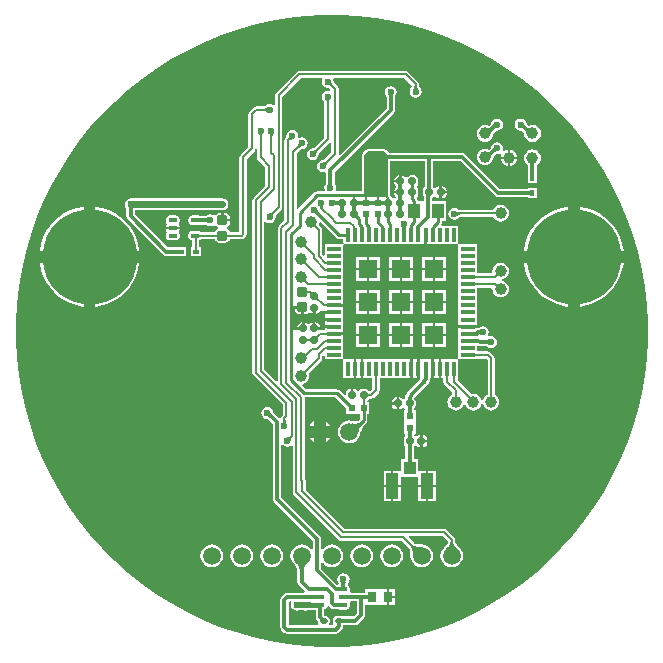
<source format=gbl>
G04*
G04 #@! TF.GenerationSoftware,Altium Limited,Altium Designer,20.1.8 (145)*
G04*
G04 Layer_Physical_Order=2*
G04 Layer_Color=16711680*
%FSTAX43Y43*%
%MOMM*%
G71*
G04*
G04 #@! TF.SameCoordinates,C49A0B41-0C8C-4AB0-A7A6-883BC44C46A5*
G04*
G04*
G04 #@! TF.FilePolarity,Positive*
G04*
G01*
G75*
%ADD11C,0.250*%
%ADD17C,0.200*%
%ADD41R,0.800X0.900*%
G04:AMPARAMS|DCode=44|XSize=0.6mm|YSize=0.6mm|CornerRadius=0.15mm|HoleSize=0mm|Usage=FLASHONLY|Rotation=0.000|XOffset=0mm|YOffset=0mm|HoleType=Round|Shape=RoundedRectangle|*
%AMROUNDEDRECTD44*
21,1,0.600,0.300,0,0,0.0*
21,1,0.300,0.600,0,0,0.0*
1,1,0.300,0.150,-0.150*
1,1,0.300,-0.150,-0.150*
1,1,0.300,-0.150,0.150*
1,1,0.300,0.150,0.150*
%
%ADD44ROUNDEDRECTD44*%
G04:AMPARAMS|DCode=46|XSize=0.9mm|YSize=0.8mm|CornerRadius=0.2mm|HoleSize=0mm|Usage=FLASHONLY|Rotation=0.000|XOffset=0mm|YOffset=0mm|HoleType=Round|Shape=RoundedRectangle|*
%AMROUNDEDRECTD46*
21,1,0.900,0.400,0,0,0.0*
21,1,0.500,0.800,0,0,0.0*
1,1,0.400,0.250,-0.200*
1,1,0.400,-0.250,-0.200*
1,1,0.400,-0.250,0.200*
1,1,0.400,0.250,0.200*
%
%ADD46ROUNDEDRECTD46*%
%ADD51R,0.400X0.500*%
%ADD59C,0.600*%
%ADD60C,0.300*%
%ADD61C,0.400*%
%ADD62C,1.500*%
%ADD63C,8.000*%
%ADD64C,0.600*%
%ADD65C,0.700*%
%ADD66C,0.370*%
%ADD67C,0.370*%
G04:AMPARAMS|DCode=68|XSize=0.4mm|YSize=0.75mm|CornerRadius=0.1mm|HoleSize=0mm|Usage=FLASHONLY|Rotation=90.000|XOffset=0mm|YOffset=0mm|HoleType=Round|Shape=RoundedRectangle|*
%AMROUNDEDRECTD68*
21,1,0.400,0.550,0,0,90.0*
21,1,0.200,0.750,0,0,90.0*
1,1,0.200,0.275,0.100*
1,1,0.200,0.275,-0.100*
1,1,0.200,-0.275,-0.100*
1,1,0.200,-0.275,0.100*
%
%ADD68ROUNDEDRECTD68*%
G04:AMPARAMS|DCode=69|XSize=0.45mm|YSize=0.6mm|CornerRadius=0.113mm|HoleSize=0mm|Usage=FLASHONLY|Rotation=270.000|XOffset=0mm|YOffset=0mm|HoleType=Round|Shape=RoundedRectangle|*
%AMROUNDEDRECTD69*
21,1,0.450,0.375,0,0,270.0*
21,1,0.225,0.600,0,0,270.0*
1,1,0.225,-0.188,-0.113*
1,1,0.225,-0.188,0.113*
1,1,0.225,0.188,0.113*
1,1,0.225,0.188,-0.113*
%
%ADD69ROUNDEDRECTD69*%
%ADD70R,0.500X0.400*%
%ADD71C,1.000*%
%ADD72R,1.170X0.370*%
%ADD73R,1.600X1.600*%
%ADD74R,0.370X1.170*%
G04:AMPARAMS|DCode=75|XSize=0.37mm|YSize=1.17mm|CornerRadius=0.093mm|HoleSize=0mm|Usage=FLASHONLY|Rotation=180.000|XOffset=0mm|YOffset=0mm|HoleType=Round|Shape=RoundedRectangle|*
%AMROUNDEDRECTD75*
21,1,0.370,0.985,0,0,180.0*
21,1,0.185,1.170,0,0,180.0*
1,1,0.185,-0.093,0.493*
1,1,0.185,0.093,0.493*
1,1,0.185,0.093,-0.493*
1,1,0.185,-0.093,-0.493*
%
%ADD75ROUNDEDRECTD75*%
%ADD76R,1.000X1.250*%
G04:AMPARAMS|DCode=77|XSize=0.6mm|YSize=0.6mm|CornerRadius=0.15mm|HoleSize=0mm|Usage=FLASHONLY|Rotation=270.000|XOffset=0mm|YOffset=0mm|HoleType=Round|Shape=RoundedRectangle|*
%AMROUNDEDRECTD77*
21,1,0.600,0.300,0,0,270.0*
21,1,0.300,0.600,0,0,270.0*
1,1,0.300,-0.150,-0.150*
1,1,0.300,-0.150,0.150*
1,1,0.300,0.150,0.150*
1,1,0.300,0.150,-0.150*
%
%ADD77ROUNDEDRECTD77*%
%ADD78R,0.600X0.600*%
%ADD79R,0.600X0.600*%
%ADD80R,1.000X1.050*%
%ADD81R,1.050X2.200*%
%ADD82C,0.350*%
G36*
X0076249Y0079661D02*
X007774Y0079493D01*
X007922Y0079242D01*
X0080683Y0078908D01*
X0082125Y0078492D01*
X0083542Y0077996D01*
X0084928Y0077422D01*
X008628Y0076771D01*
X0087594Y0076045D01*
X0088865Y0075246D01*
X0090089Y0074378D01*
X0091262Y0073442D01*
X0092381Y0072442D01*
X0093442Y0071381D01*
X0094442Y0070262D01*
X0095378Y0069089D01*
X0096247Y0067865D01*
X0097045Y0066594D01*
X0097771Y006528D01*
X0098422Y0063928D01*
X0098996Y0062542D01*
X0099492Y0061125D01*
X0099908Y0059683D01*
X0100242Y005822D01*
X0100493Y005674D01*
X0100661Y0055249D01*
X0100745Y005375D01*
Y0053D01*
Y005225D01*
X0100661Y0050751D01*
X0100493Y004926D01*
X0100242Y004778D01*
X0099908Y0046317D01*
X0099492Y0044875D01*
X0098996Y0043458D01*
X0098422Y0042072D01*
X0097771Y004072D01*
X0097045Y0039406D01*
X0096247Y0038135D01*
X0095378Y0036911D01*
X0094442Y0035738D01*
X0093442Y0034619D01*
X0092381Y0033558D01*
X0091262Y0032558D01*
X0090089Y0031622D01*
X0088865Y0030753D01*
X0087594Y0029955D01*
X008628Y0029229D01*
X0084928Y0028578D01*
X0083542Y0028004D01*
X0082125Y0027508D01*
X0080683Y0027092D01*
X007922Y0026758D01*
X007774Y0026507D01*
X0076249Y0026339D01*
X007475Y0026255D01*
X007325D01*
X0071751Y0026339D01*
X007026Y0026507D01*
X006878Y0026758D01*
X0067317Y0027092D01*
X0065875Y0027508D01*
X0064458Y0028004D01*
X0063072Y0028578D01*
X006172Y0029229D01*
X0060406Y0029955D01*
X0059135Y0030753D01*
X0057911Y0031622D01*
X0056738Y0032558D01*
X0055619Y0033558D01*
X0054558Y0034619D01*
X0053558Y0035738D01*
X0052622Y0036911D01*
X0051753Y0038135D01*
X0050955Y0039406D01*
X0050229Y004072D01*
X0049578Y0042072D01*
X0049004Y0043458D01*
X0048508Y0044875D01*
X0048092Y0046317D01*
X0047758Y004778D01*
X0047507Y004926D01*
X0047339Y0050751D01*
X0047255Y005225D01*
Y0053D01*
Y005375D01*
X0047339Y0055249D01*
X0047507Y005674D01*
X0047758Y005822D01*
X0048092Y0059683D01*
X0048508Y0061125D01*
X0049004Y0062542D01*
X0049578Y0063928D01*
X0050229Y006528D01*
X0050955Y0066594D01*
X0051754Y0067865D01*
X0052622Y0069089D01*
X0053558Y0070262D01*
X0054558Y0071381D01*
X0055619Y0072442D01*
X0056738Y0073442D01*
X0057911Y0074378D01*
X0059135Y0075247D01*
X0060406Y0076045D01*
X006172Y0076771D01*
X0063072Y0077422D01*
X0064458Y0077996D01*
X0065875Y0078492D01*
X0067317Y0078908D01*
X006878Y0079242D01*
X007026Y0079493D01*
X0071751Y0079661D01*
X007325Y0079745D01*
X007475D01*
X0076249Y0079661D01*
D02*
G37*
%LPC*%
G36*
X008025Y0075056D02*
X008025Y0075056D01*
X007125D01*
X007125Y0075056D01*
X0071133Y0075033D01*
X0071034Y0074966D01*
X0071034Y0074966D01*
X0069284Y0073216D01*
X0069217Y0073117D01*
X0069194Y0073D01*
X0069194Y0073D01*
Y0072197D01*
X0069067Y0072139D01*
X0068945Y0072221D01*
X006875Y007226D01*
X0068555Y0072221D01*
X006839Y007211D01*
X0068375Y0072089D01*
X0068367Y0072082D01*
X0068356Y0072075D01*
X0068347Y0072069D01*
X0068337Y0072064D01*
X0068328Y0072061D01*
X0068319Y0072058D01*
X0068309Y0072056D01*
X0067617D01*
X0067617Y0072056D01*
X00675Y0072033D01*
X0067401Y0071966D01*
X0067401Y0071966D01*
X0067034Y0071599D01*
X0066967Y00715D01*
X0066944Y0071383D01*
X0066944Y0071383D01*
Y0068627D01*
X0066284Y0067966D01*
X0066217Y0067867D01*
X0066194Y006775D01*
X0066194Y006775D01*
Y0061406D01*
X0065387D01*
X0065377Y0061456D01*
X0065288Y0061588D01*
X0065156Y0061677D01*
X0065114Y0061685D01*
Y0061815D01*
X0065156Y0061823D01*
X0065288Y0061912D01*
X0065377Y0062044D01*
X0065408Y00622D01*
Y00623D01*
X006475D01*
Y00624D01*
X006465D01*
Y0063008D01*
X00645D01*
X0064344Y0062977D01*
X0064212Y0062888D01*
X006418Y0062841D01*
X0064014Y0062808D01*
X0063934Y0062861D01*
X0063738Y00629D01*
X0063543Y0062861D01*
X0063387Y0062756D01*
X006338Y0062755D01*
X0063368Y0062753D01*
X0063355Y0062752D01*
X0062888D01*
X0062842Y0062783D01*
X0062725Y0062806D01*
X0062175D01*
X0062058Y0062783D01*
X0061959Y0062716D01*
X0061892Y0062617D01*
X0061869Y00625D01*
Y00623D01*
X0061892Y0062183D01*
X0061959Y0062084D01*
X0062058Y0062017D01*
X0062175Y0061994D01*
X0062725D01*
X0062842Y0062017D01*
X0062873Y0062038D01*
X0063352D01*
X0063358Y0062038D01*
X0063372Y0062035D01*
X0063375Y0062035D01*
X0063378Y006203D01*
X0063543Y0061919D01*
X0063738Y006188D01*
X0063934Y0061919D01*
X0064017Y0061975D01*
X0064186Y006195D01*
X0064187Y0061948D01*
X0064212Y0061912D01*
X0064344Y0061823D01*
X0064386Y0061815D01*
Y0061685D01*
X0064344Y0061677D01*
X0064212Y0061588D01*
X0064123Y0061456D01*
X0064113Y0061406D01*
X0062948D01*
X0062941Y0061416D01*
X0062842Y0061483D01*
X0062725Y0061506D01*
X0062175D01*
X0062058Y0061483D01*
X0061959Y0061416D01*
X0061892Y0061317D01*
X0061869Y00612D01*
Y0061D01*
X0061892Y0060883D01*
X0061959Y0060784D01*
X0062058Y0060717D01*
X0062169Y0060695D01*
Y006015D01*
X006205D01*
Y005935D01*
X006295D01*
Y006015D01*
X0062781D01*
Y0060705D01*
X0062842Y0060717D01*
X0062941Y0060784D01*
X0062948Y0060794D01*
X0064113D01*
X0064123Y0060744D01*
X0064212Y0060612D01*
X0064344Y0060523D01*
X00645Y0060492D01*
X0065D01*
X0065156Y0060523D01*
X0065288Y0060612D01*
X0065377Y0060744D01*
X0065387Y0060794D01*
X0066383D01*
X0066383Y0060794D01*
X00665Y0060817D01*
X0066599Y0060884D01*
X0066716Y0061001D01*
X0066716Y0061001D01*
X0066783Y00611D01*
X0066806Y0061217D01*
X0066806Y0061217D01*
Y0067623D01*
X0067466Y0068284D01*
X0067466Y0068284D01*
X0067533Y0068383D01*
X0067556Y00685D01*
Y0069427D01*
X0067665Y00695D01*
X0067694Y0069483D01*
Y0067727D01*
X0067694Y0067727D01*
X0067717Y006761D01*
X0067784Y0067511D01*
X0068394Y0066901D01*
Y0065327D01*
X0067384Y0064316D01*
X0067317Y0064217D01*
X0067294Y00641D01*
X0067294Y00641D01*
Y0049488D01*
X0067294Y0049488D01*
X0067317Y0049371D01*
X0067384Y0049272D01*
X0069852Y0046804D01*
Y0045936D01*
X0069784Y0045868D01*
X0069717Y0045769D01*
X0069694Y0045652D01*
X0069694Y0045652D01*
Y0045641D01*
X0069567Y0045592D01*
X0069075Y0046083D01*
X0069068Y0046092D01*
X006906Y0046103D01*
X0069054Y0046112D01*
X006905Y0046119D01*
X0069049Y004612D01*
X0069049Y004612D01*
X0069049Y0046121D01*
X0069018Y0046276D01*
X0068908Y0046441D01*
X0068742Y0046552D01*
X0068547Y0046591D01*
X0068352Y0046552D01*
X0068187Y0046441D01*
X0068076Y0046276D01*
X0068037Y0046081D01*
X0068076Y0045886D01*
X0068187Y004572D01*
X0068352Y004561D01*
X0068547Y0045571D01*
X0068568Y0045575D01*
X0068572Y0045573D01*
X006858Y0045567D01*
X0068591Y0045558D01*
X0068993Y0045156D01*
Y0038827D01*
X006902Y0038691D01*
X0069098Y0038575D01*
X0072393Y003528D01*
Y0034547D01*
X0072266Y003451D01*
X0072138Y0034678D01*
X0071939Y003483D01*
X0071708Y0034926D01*
X007146Y0034958D01*
X0071212Y0034926D01*
X0070981Y003483D01*
X0070782Y0034678D01*
X007063Y0034479D01*
X0070534Y0034248D01*
X0070502Y0034D01*
X0070534Y0033752D01*
X007063Y0033521D01*
X0070782Y0033322D01*
X0070807Y0033304D01*
X0070852Y0033257D01*
X0070904Y0033198D01*
X007095Y0033141D01*
X0070987Y0033086D01*
X0071018Y0033035D01*
X0071042Y0032986D01*
X007106Y003294D01*
X0071072Y0032898D01*
X0071078Y0032864D01*
Y003179D01*
X0071107Y0031644D01*
X007119Y003152D01*
X0071724Y0030985D01*
X0071672Y0030858D01*
X0070251D01*
X0070115Y0030831D01*
X0069999Y0030754D01*
X0069748Y0030502D01*
X006967Y0030387D01*
X0069643Y003025D01*
Y0028D01*
X006967Y0027863D01*
X0069748Y0027748D01*
X0069998Y0027498D01*
X0070113Y002742D01*
X007025Y0027393D01*
X0074324D01*
X0074461Y002742D01*
X0074577Y0027498D01*
X007484Y0027761D01*
X0074917Y0027876D01*
X0074944Y0028013D01*
Y0028125D01*
X0074972Y0028143D01*
X0076D01*
X0076137Y002817D01*
X0076252Y0028248D01*
X0076752Y0028748D01*
X007683Y0028863D01*
X0076857Y0029D01*
Y002985D01*
X0078023D01*
X007805Y002985D01*
X007815D01*
X0078177Y002985D01*
X007865D01*
Y00305D01*
Y003115D01*
X0078177D01*
X007815Y003115D01*
X007805D01*
X0078023Y003115D01*
X007685D01*
Y0030857D01*
X0075598D01*
X0075518Y0030984D01*
X0075531Y003105D01*
Y003125D01*
X0075508Y0031367D01*
X0075441Y0031466D01*
X0075361Y003152D01*
X0075362Y0031641D01*
X0075471Y0031805D01*
X007551Y0032D01*
X0075471Y0032195D01*
X007536Y003236D01*
X0075195Y0032471D01*
X0075Y003251D01*
X0074805Y0032471D01*
X007464Y003236D01*
X0074529Y0032195D01*
X007449Y0032D01*
X0074529Y0031805D01*
X0074599Y00317D01*
X0074562Y0031569D01*
X0074542Y003156D01*
X0074452Y0031552D01*
X0073107Y0032898D01*
Y0033395D01*
X0073234Y0033438D01*
X0073322Y0033322D01*
X0073521Y003317D01*
X0073752Y0033074D01*
X0074Y0033042D01*
X0074248Y0033074D01*
X0074479Y003317D01*
X0074678Y0033322D01*
X007483Y0033521D01*
X0074926Y0033752D01*
X0074958Y0034D01*
X0074926Y0034248D01*
X007483Y0034479D01*
X0074678Y0034678D01*
X0074479Y003483D01*
X0074248Y0034926D01*
X0074Y0034958D01*
X0073752Y0034926D01*
X0073521Y003483D01*
X0073322Y0034678D01*
X0073234Y0034562D01*
X0073107Y0034605D01*
Y0035427D01*
X007308Y0035564D01*
X0073002Y003568D01*
X0069707Y0038975D01*
Y0043422D01*
X0069834Y004346D01*
X0069881Y004339D01*
X0070046Y004328D01*
X0070241Y0043241D01*
X0070436Y004328D01*
X0070567Y0043367D01*
X0070694Y0043317D01*
Y0039373D01*
X0070694Y0039372D01*
X0070717Y0039255D01*
X0070784Y0039156D01*
X0074587Y0035353D01*
X0074587Y0035353D01*
X0074686Y0035286D01*
X0074803Y0035263D01*
X0079924D01*
X008057Y0034617D01*
X0080572Y0034615D01*
X0080586Y0034592D01*
X0080602Y0034557D01*
X0080618Y0034511D01*
X0080632Y0034453D01*
X0080645Y0034385D01*
X0080655Y0034308D01*
X0080666Y0034116D01*
X0080666Y0034032D01*
X0080662Y0034D01*
X0080694Y0033752D01*
X008079Y0033521D01*
X0080942Y0033322D01*
X0081141Y003317D01*
X0081372Y0033074D01*
X008162Y0033042D01*
X0081868Y0033074D01*
X0082099Y003317D01*
X0082298Y0033322D01*
X008245Y0033521D01*
X0082546Y0033752D01*
X0082578Y0034D01*
X0082546Y0034248D01*
X008245Y0034479D01*
X0082298Y0034678D01*
X0082099Y003483D01*
X0081868Y0034926D01*
X008162Y0034958D01*
X0081588Y0034954D01*
X0081504Y0034954D01*
X0081312Y0034965D01*
X0081235Y0034975D01*
X0081167Y0034988D01*
X0081109Y0035002D01*
X0081063Y0035018D01*
X0081028Y0035034D01*
X0081005Y0035048D01*
X0081003Y003505D01*
X0080507Y0035546D01*
X0080555Y0035663D01*
X0083404D01*
X0083854Y0035213D01*
Y0035179D01*
X0083854Y0035176D01*
X0083848Y0035149D01*
X0083834Y0035114D01*
X0083813Y003507D01*
X0083782Y0035019D01*
X0083743Y0034962D01*
X0083695Y00349D01*
X0083567Y0034757D01*
X0083508Y0034697D01*
X0083482Y0034678D01*
X008333Y0034479D01*
X0083234Y0034248D01*
X0083202Y0034D01*
X0083234Y0033752D01*
X008333Y0033521D01*
X0083482Y0033322D01*
X0083681Y003317D01*
X0083912Y0033074D01*
X008416Y0033042D01*
X0084408Y0033074D01*
X0084639Y003317D01*
X0084838Y0033322D01*
X008499Y0033521D01*
X0085086Y0033752D01*
X0085118Y0034D01*
X0085086Y0034248D01*
X008499Y0034479D01*
X0084838Y0034678D01*
X0084812Y0034697D01*
X0084753Y0034757D01*
X0084625Y00349D01*
X0084577Y0034962D01*
X0084538Y0035019D01*
X0084507Y003507D01*
X0084486Y0035114D01*
X0084472Y0035149D01*
X0084466Y0035176D01*
X0084466Y0035179D01*
Y003534D01*
X0084466Y003534D01*
X0084443Y0035457D01*
X0084376Y0035556D01*
X0084376Y0035556D01*
X0083747Y0036185D01*
X0083648Y0036252D01*
X0083531Y0036275D01*
X0083531Y0036275D01*
X0075096D01*
X0071806Y0039565D01*
Y0040336D01*
X0071806Y0040336D01*
X0071783Y0040453D01*
X0071716Y0040552D01*
X0071716Y0040552D01*
X0071706Y0040562D01*
Y0047246D01*
X0071707Y0047249D01*
Y0047415D01*
X0071723Y0047435D01*
X0074296D01*
X00752Y0046531D01*
Y0046D01*
X0076369D01*
Y0045587D01*
X007622Y0045439D01*
X0076218Y0045437D01*
X0076193Y0045421D01*
X0076162Y0045407D01*
X0076125Y0045396D01*
X007608Y0045388D01*
X0076027Y0045385D01*
X0075966Y0045386D01*
X0075896Y0045393D01*
X0075819Y0045406D01*
X0075769Y0045417D01*
X0075748Y0045426D01*
X00755Y0045458D01*
X0075252Y0045426D01*
X0075021Y004533D01*
X0074822Y0045178D01*
X007467Y0044979D01*
X0074574Y0044748D01*
X0074542Y00445D01*
X0074574Y0044252D01*
X007467Y0044021D01*
X0074822Y0043822D01*
X0075021Y004367D01*
X0075252Y0043574D01*
X00755Y0043542D01*
X0075748Y0043574D01*
X0075979Y004367D01*
X0076178Y0043822D01*
X007633Y0044021D01*
X0076426Y0044252D01*
X007643Y0044288D01*
X0076512Y0044601D01*
X0076538Y0044681D01*
X007659Y0044821D01*
X0076613Y004487D01*
X0076634Y0044908D01*
X0076649Y0044931D01*
X0076934Y0045216D01*
X0077006Y0045323D01*
X0077031Y004545D01*
Y0046D01*
X00772D01*
Y0047D01*
X0077006D01*
Y0047133D01*
X0077102Y0047198D01*
X0077167Y0047294D01*
X007735D01*
X007735Y0047294D01*
X0077467Y0047317D01*
X0077566Y0047384D01*
X0077966Y0047784D01*
X0077966Y0047784D01*
X0078033Y0047883D01*
X0078056Y0048D01*
Y0049065D01*
X008065D01*
Y004985D01*
Y0050635D01*
X007665D01*
Y004985D01*
Y0049065D01*
X0077444D01*
Y0048127D01*
X0077276Y0047959D01*
X0077123Y0047971D01*
X0077102Y0048002D01*
X0076987Y004808D01*
X007685Y0048107D01*
X007655D01*
X0076413Y004808D01*
X0076298Y0048002D01*
X0076276Y004797D01*
X0076124D01*
X0076102Y0048002D01*
X0075987Y004808D01*
X007585Y0048107D01*
X00758D01*
Y00476D01*
X00756D01*
Y0048107D01*
X007555D01*
X0075413Y004808D01*
X0075298Y0048002D01*
X007522Y0047887D01*
X0075193Y004775D01*
Y0047641D01*
X0075076Y0047593D01*
X0074668Y0048001D01*
X007456Y0048073D01*
X0074433Y0048098D01*
X0071804D01*
X0071509Y0048393D01*
X0071549Y0048514D01*
X0071583Y0048518D01*
X0071753Y0048589D01*
X0071899Y0048701D01*
X0072011Y0048847D01*
X0072082Y0049017D01*
X0072106Y00492D01*
X0072082Y0049383D01*
X0072062Y004943D01*
X0073128Y0050496D01*
X0073128Y0050496D01*
X0073194Y0050595D01*
X0073218Y0050712D01*
X0073218Y0050712D01*
Y0050904D01*
X00733Y0050972D01*
X0073415Y0050922D01*
Y0050615D01*
X0074965D01*
Y0049065D01*
X007585D01*
Y004985D01*
Y0050635D01*
X0074985D01*
Y0051215D01*
Y0052415D01*
Y00527D01*
X00742D01*
Y00529D01*
X0074985D01*
Y0053615D01*
Y0054815D01*
Y00551D01*
X00742D01*
Y00553D01*
X0074985D01*
Y0056015D01*
Y0057215D01*
Y0058415D01*
Y0059615D01*
Y0060335D01*
X0075102Y006041D01*
X0075143Y0060382D01*
X0075257Y0060359D01*
X007544D01*
X0075442Y0060359D01*
X0075565Y0060365D01*
X0075565Y0060365D01*
X008185D01*
Y006115D01*
X008205D01*
Y0060365D01*
X0084715D01*
Y0059615D01*
Y0059015D01*
Y0057815D01*
Y0056615D01*
Y0055415D01*
Y0054215D01*
Y00535D01*
X00855D01*
X0086285D01*
Y0054815D01*
Y0056015D01*
Y0056694D01*
X0087511D01*
X0087594Y00566D01*
X0087618Y0056417D01*
X0087689Y0056247D01*
X0087801Y0056101D01*
X0087947Y0055989D01*
X0088117Y0055918D01*
X00883Y0055894D01*
X0088483Y0055918D01*
X0088653Y0055989D01*
X0088799Y0056101D01*
X0088911Y0056247D01*
X0088982Y0056417D01*
X0089006Y00566D01*
X0088982Y0056783D01*
X0088911Y0056953D01*
X0088799Y0057099D01*
X0088653Y0057211D01*
X0088483Y0057282D01*
X0088453Y0057286D01*
Y0057414D01*
X0088483Y0057418D01*
X0088653Y0057489D01*
X0088799Y0057601D01*
X0088911Y0057747D01*
X0088982Y0057917D01*
X0089006Y00581D01*
X0088982Y0058283D01*
X0088911Y0058453D01*
X0088799Y0058599D01*
X0088653Y0058711D01*
X0088483Y0058782D01*
X00883Y0058806D01*
X0088117Y0058782D01*
X0087947Y0058711D01*
X0087801Y0058599D01*
X0087689Y0058453D01*
X0087618Y0058283D01*
X0087594Y00581D01*
X0087603Y0058033D01*
X0087491Y0057906D01*
X0086285D01*
Y0058415D01*
Y0059615D01*
Y0060385D01*
X0084735D01*
Y0061935D01*
X0083325D01*
X0083265Y0062062D01*
X0083306Y0062123D01*
X0083331Y006225D01*
Y0062375D01*
X00837D01*
Y0064025D01*
X0082507D01*
Y0064294D01*
X0082512Y0064295D01*
X0082627Y0064373D01*
X0082649Y0064405D01*
X0082801D01*
X0082823Y0064373D01*
X0082938Y0064295D01*
X0083075Y0064268D01*
X0083125D01*
Y0064775D01*
Y0065282D01*
X0083075D01*
X0082938Y0065255D01*
X0082823Y0065177D01*
X0082807Y0065154D01*
X0082682Y0065147D01*
X0082582Y0065245D01*
Y0067393D01*
X0084915D01*
X008786Y0064448D01*
X0087976Y006437D01*
X0088113Y0064343D01*
X00906D01*
Y006425D01*
X00914D01*
Y006515D01*
X00906D01*
Y0065057D01*
X008826D01*
X0085315Y0068002D01*
X0085199Y006808D01*
X0085062Y0068107D01*
X0078864D01*
X0078862Y0068111D01*
X0078818Y0068177D01*
X0078818Y0068177D01*
X0078677Y0068318D01*
X0078611Y0068362D01*
X0078446Y0068431D01*
X0078413Y0068437D01*
X0078381Y0068446D01*
X0078263Y0068453D01*
X0078257Y0068453D01*
X007825Y0068454D01*
X007825D01*
X007825Y0068454D01*
X007725Y0068454D01*
X0077151Y0068454D01*
X0077073Y0068438D01*
X0076889Y0068362D01*
X0076864Y0068346D01*
X0076823Y0068318D01*
X0076823Y0068318D01*
X0076682Y0068177D01*
X0076638Y0068111D01*
X0076638Y0068111D01*
X0076571Y0067951D01*
X0076565Y006792D01*
X0076556Y0067889D01*
X0076547Y0067766D01*
X0076548Y0067758D01*
X0076546Y006775D01*
X0076546Y0067623D01*
X0076546Y0064856D01*
X0074427D01*
X0074358Y0064983D01*
X0074392Y0065153D01*
X0074353Y0065348D01*
X0074243Y0065513D01*
X0074243Y0065513D01*
X0074242Y0065515D01*
X007424Y0065527D01*
X0074239Y006554D01*
Y0066495D01*
X0079252Y0071508D01*
X007933Y0071624D01*
X0079357Y007176D01*
Y0072867D01*
X0079358Y0072873D01*
X007936Y0072887D01*
X007936Y0072889D01*
X007936Y007289D01*
X0079471Y0073055D01*
X007951Y007325D01*
X0079471Y0073445D01*
X007936Y007361D01*
X0079195Y0073721D01*
X0079Y007376D01*
X0078805Y0073721D01*
X007864Y007361D01*
X0078529Y0073445D01*
X007849Y007325D01*
X0078529Y0073055D01*
X007864Y007289D01*
X007864Y0072889D01*
X007864Y0072887D01*
X0078642Y0072876D01*
X0078643Y0072862D01*
Y0071908D01*
X0074704Y0067969D01*
X0074588Y0068031D01*
X0074587Y0068031D01*
Y0073531D01*
X0074587Y0073531D01*
X0074564Y0073648D01*
X0074497Y0073747D01*
X0074497Y0073747D01*
X0074199Y0074045D01*
X0074194Y0074053D01*
X007419Y0074061D01*
X0074186Y007407D01*
X0074182Y007408D01*
X0074179Y0074092D01*
X0074177Y0074104D01*
X0074176Y0074115D01*
X0074181Y007414D01*
X0074146Y0074317D01*
X0074186Y0074416D01*
X0074201Y0074444D01*
X0080123D01*
X0080771Y0073796D01*
X0080747Y0073666D01*
X008074Y007366D01*
X0080629Y0073495D01*
X008059Y00733D01*
X0080629Y0073105D01*
X008074Y007294D01*
X0080905Y0072829D01*
X00811Y007279D01*
X0081295Y0072829D01*
X008146Y007294D01*
X0081571Y0073105D01*
X008161Y00733D01*
X0081571Y0073495D01*
X008146Y007366D01*
X0081439Y0073675D01*
X0081432Y0073683D01*
X0081425Y0073694D01*
X0081419Y0073703D01*
X0081414Y0073713D01*
X0081411Y0073722D01*
X0081408Y0073731D01*
X0081406Y0073741D01*
Y00739D01*
X0081406Y00739D01*
X0081383Y0074017D01*
X0081316Y0074116D01*
X0080466Y0074966D01*
X0080367Y0075033D01*
X008025Y0075056D01*
D02*
G37*
G36*
X0088Y007101D02*
X0087805Y0070971D01*
X008764Y007086D01*
X0087529Y0070695D01*
X0087514Y0070618D01*
X0087512Y0070614D01*
X008751Y0070612D01*
X0087509Y0070608D01*
X0087507Y0070605D01*
X0087497Y0070588D01*
X0087492Y0070581D01*
X008747Y0070556D01*
X0087298Y0070384D01*
X0087183Y0070432D01*
X0087Y0070456D01*
X0086817Y0070432D01*
X0086647Y0070361D01*
X0086501Y0070249D01*
X0086389Y0070103D01*
X0086318Y0069933D01*
X0086294Y006975D01*
X0086318Y0069567D01*
X0086389Y0069397D01*
X0086501Y0069251D01*
X0086647Y0069139D01*
X0086817Y0069068D01*
X0087Y0069044D01*
X0087183Y0069068D01*
X0087353Y0069139D01*
X0087499Y0069251D01*
X0087611Y0069397D01*
X0087682Y0069567D01*
X0087706Y006975D01*
X0087702Y0069779D01*
X0087917Y0069994D01*
X0087923Y0069998D01*
X0087932Y0070004D01*
X0087932Y0070004D01*
X0088Y006999D01*
X0088195Y0070029D01*
X008836Y007014D01*
X0088471Y0070305D01*
X008851Y00705D01*
X0088471Y0070695D01*
X008836Y007086D01*
X0088195Y0070971D01*
X0088Y007101D01*
D02*
G37*
G36*
X009D02*
X0089805Y0070971D01*
X008964Y007086D01*
X0089529Y0070695D01*
X008949Y00705D01*
X0089529Y0070305D01*
X008964Y007014D01*
X0089805Y0070029D01*
X009Y006999D01*
X0090068Y0070004D01*
X0090068Y0070004D01*
X0090075Y007D01*
X0090086Y006999D01*
X0090298Y0069779D01*
X0090294Y006975D01*
X0090318Y0069567D01*
X0090389Y0069397D01*
X0090501Y0069251D01*
X0090647Y0069139D01*
X0090817Y0069068D01*
X0091Y0069044D01*
X0091183Y0069068D01*
X0091353Y0069139D01*
X0091499Y0069251D01*
X0091611Y0069397D01*
X0091682Y0069567D01*
X0091706Y006975D01*
X0091682Y0069933D01*
X0091611Y0070103D01*
X0091499Y0070249D01*
X0091353Y0070361D01*
X0091183Y0070432D01*
X0091Y0070456D01*
X0090817Y0070432D01*
X0090702Y0070384D01*
X0090522Y0070564D01*
X00905Y0070592D01*
X0090496Y0070599D01*
X0090493Y0070603D01*
X0090493Y0070604D01*
X0090491Y0070608D01*
X009049Y0070612D01*
X0090488Y0070614D01*
X0090486Y0070618D01*
X0090471Y0070695D01*
X009036Y007086D01*
X0090195Y0070971D01*
X009Y007101D01*
D02*
G37*
G36*
X0088Y006901D02*
X0087805Y0068971D01*
X008764Y006886D01*
X0087529Y0068695D01*
X0087514Y0068618D01*
X0087512Y0068614D01*
X008751Y0068612D01*
X0087509Y0068608D01*
X0087507Y0068605D01*
X0087497Y0068588D01*
X0087492Y0068581D01*
X008747Y0068556D01*
X0087298Y0068384D01*
X0087183Y0068432D01*
X0087Y0068456D01*
X0086817Y0068432D01*
X0086647Y0068361D01*
X0086501Y0068249D01*
X0086389Y0068103D01*
X0086318Y0067933D01*
X0086294Y006775D01*
X0086318Y0067567D01*
X0086389Y0067397D01*
X0086501Y0067251D01*
X0086647Y0067139D01*
X0086817Y0067068D01*
X0087Y0067044D01*
X0087183Y0067068D01*
X0087353Y0067139D01*
X0087499Y0067251D01*
X0087611Y0067397D01*
X0087682Y0067567D01*
X0087706Y006775D01*
X0087702Y0067779D01*
X0087917Y0067994D01*
X0087923Y0067998D01*
X0087932Y0068004D01*
X0087932Y0068004D01*
X0088Y006799D01*
X0088195Y0068029D01*
X0088259Y0068072D01*
X0088361Y0067987D01*
X0088318Y0067883D01*
X0088307Y00678D01*
X00889D01*
Y0068393D01*
X0088817Y0068382D01*
X0088647Y0068311D01*
X0088584Y0068263D01*
X0088478Y0068342D01*
X008851Y00685D01*
X0088471Y0068695D01*
X008836Y006886D01*
X0088195Y0068971D01*
X0088Y006901D01*
D02*
G37*
G36*
X00891Y0068393D02*
Y00678D01*
X0089693D01*
X0089682Y0067883D01*
X0089611Y0068053D01*
X0089499Y0068199D01*
X0089353Y0068311D01*
X0089183Y0068382D01*
X00891Y0068393D01*
D02*
G37*
G36*
X00889Y00676D02*
X0088307D01*
X0088318Y0067517D01*
X0088389Y0067347D01*
X0088501Y0067201D01*
X0088647Y0067089D01*
X0088817Y0067018D01*
X00889Y0067007D01*
Y00676D01*
D02*
G37*
G36*
X0089693D02*
X00891D01*
Y0067007D01*
X0089183Y0067018D01*
X0089353Y0067089D01*
X0089499Y0067201D01*
X0089611Y0067347D01*
X0089682Y0067517D01*
X0089693Y00676D01*
D02*
G37*
G36*
X0091Y0068406D02*
X0090817Y0068382D01*
X0090647Y0068311D01*
X0090501Y0068199D01*
X0090389Y0068053D01*
X0090318Y0067883D01*
X0090294Y00677D01*
X0090318Y0067517D01*
X0090389Y0067347D01*
X0090501Y0067201D01*
X0090643Y0067091D01*
Y006645D01*
X00906D01*
Y006555D01*
X00914D01*
Y006645D01*
X0091357D01*
Y0067091D01*
X0091499Y0067201D01*
X0091611Y0067347D01*
X0091682Y0067517D01*
X0091706Y00677D01*
X0091682Y0067883D01*
X0091611Y0068053D01*
X0091499Y0068199D01*
X0091353Y0068311D01*
X0091183Y0068382D01*
X0091Y0068406D01*
D02*
G37*
G36*
X0083375Y0065282D02*
X0083325D01*
Y0064875D01*
X0083732D01*
Y0064925D01*
X0083705Y0065062D01*
X0083627Y0065177D01*
X0083512Y0065255D01*
X0083375Y0065282D01*
D02*
G37*
G36*
X0083732Y0064675D02*
X0083325D01*
Y0064268D01*
X0083375D01*
X0083512Y0064295D01*
X0083627Y0064373D01*
X0083705Y0064488D01*
X0083732Y0064625D01*
Y0064675D01*
D02*
G37*
G36*
X00883Y0063706D02*
X0088117Y0063682D01*
X0087947Y0063611D01*
X0087801Y0063499D01*
X0087689Y0063353D01*
X0087658Y006328D01*
X0084807D01*
X0084796Y0063283D01*
X0084784Y0063286D01*
X0084773Y006329D01*
X0084761Y0063295D01*
X0084749Y0063302D01*
X0084741Y0063306D01*
X0084739Y006331D01*
X008471Y0063329D01*
X0084703Y0063335D01*
X0084695Y0063339D01*
X0084574Y006342D01*
X0084379Y0063459D01*
X0084183Y006342D01*
X0084018Y006331D01*
X0083908Y0063144D01*
X0083869Y0062949D01*
X0083908Y0062754D01*
X0084018Y0062589D01*
X0084183Y0062478D01*
X0084379Y0062439D01*
X0084574Y0062478D01*
X0084739Y0062589D01*
X0084761Y0062622D01*
X0084762Y0062622D01*
X0084776Y0062639D01*
X0084785Y0062647D01*
X0084793Y0062653D01*
X00848Y0062658D01*
X0084807Y0062662D01*
X0084814Y0062665D01*
X0084821Y0062667D01*
X0084828Y0062669D01*
X008768D01*
X0087689Y0062647D01*
X0087801Y0062501D01*
X0087947Y0062389D01*
X0088117Y0062318D01*
X00883Y0062294D01*
X0088483Y0062318D01*
X0088653Y0062389D01*
X0088799Y0062501D01*
X0088911Y0062647D01*
X0088982Y0062817D01*
X0089006Y0063D01*
X0088982Y0063183D01*
X0088911Y0063353D01*
X0088799Y0063499D01*
X0088653Y0063611D01*
X0088483Y0063682D01*
X00883Y0063706D01*
D02*
G37*
G36*
X0065Y0063008D02*
X006485D01*
Y00625D01*
X0065408D01*
Y00626D01*
X0065377Y0062756D01*
X0065288Y0062888D01*
X0065156Y0062977D01*
X0065Y0063008D01*
D02*
G37*
G36*
X0060825Y0062806D02*
X0060275D01*
X0060158Y0062783D01*
X0060059Y0062716D01*
X0059992Y0062617D01*
X0059969Y00625D01*
Y00623D01*
X0059992Y0062183D01*
X0059996Y0062177D01*
X0060054Y0062075D01*
X0059996Y0061973D01*
X0059992Y0061967D01*
X0059969Y006185D01*
X006055D01*
X0061131D01*
X0061108Y0061967D01*
X0061104Y0061973D01*
X0061046Y0062075D01*
X0061104Y0062177D01*
X0061108Y0062183D01*
X0061131Y00623D01*
Y00625D01*
X0061108Y0062617D01*
X0061041Y0062716D01*
X0060942Y0062783D01*
X0060825Y0062806D01*
D02*
G37*
G36*
X0061131Y006165D02*
X006055D01*
X0059969D01*
Y006165D01*
X0059992Y0061533D01*
X0059996Y0061527D01*
X0060054Y0061425D01*
X0059996Y0061323D01*
X0059992Y0061317D01*
X0059969Y00612D01*
Y0061D01*
X0059992Y0060883D01*
X0060059Y0060784D01*
X0060158Y0060717D01*
X0060275Y0060694D01*
X0060825D01*
X0060942Y0060717D01*
X0061041Y0060784D01*
X0061108Y0060883D01*
X0061131Y0061D01*
Y00612D01*
X0061108Y0061317D01*
X0061104Y0061323D01*
X0061046Y0061425D01*
X0061104Y0061527D01*
X0061108Y0061533D01*
X0061131Y006165D01*
Y006165D01*
D02*
G37*
G36*
X0095Y0063555D02*
Y0059825D01*
X009873D01*
X0098727Y0059881D01*
X0098618Y0060428D01*
X0098439Y0060956D01*
X0098192Y0061457D01*
X0097882Y006192D01*
X0097514Y0062339D01*
X0097095Y0062707D01*
X0096632Y0063017D01*
X0096131Y0063264D01*
X0095603Y0063443D01*
X0095056Y0063552D01*
X0095Y0063555D01*
D02*
G37*
G36*
X0094D02*
X0093944Y0063552D01*
X0093397Y0063443D01*
X0092869Y0063264D01*
X0092368Y0063017D01*
X0091905Y0062707D01*
X0091486Y0062339D01*
X0091118Y006192D01*
X0090808Y0061457D01*
X0090561Y0060956D01*
X0090382Y0060428D01*
X0090273Y0059881D01*
X009027Y0059825D01*
X0094D01*
Y0063555D01*
D02*
G37*
G36*
X0054D02*
Y0059825D01*
X005773D01*
X0057727Y0059881D01*
X0057618Y0060428D01*
X0057439Y0060956D01*
X0057192Y0061457D01*
X0056882Y006192D01*
X0056514Y0062339D01*
X0056095Y0062707D01*
X0055632Y0063017D01*
X0055131Y0063264D01*
X0054603Y0063443D01*
X0054056Y0063552D01*
X0054Y0063555D01*
D02*
G37*
G36*
X0053D02*
X0052944Y0063552D01*
X0052397Y0063443D01*
X0051869Y0063264D01*
X0051368Y0063017D01*
X0050905Y0062707D01*
X0050486Y0062339D01*
X0050118Y006192D01*
X0049808Y0061457D01*
X0049561Y0060956D01*
X0049382Y0060428D01*
X0049273Y0059881D01*
X004927Y0059825D01*
X0053D01*
Y0063555D01*
D02*
G37*
G36*
X006475Y006426D02*
X0057D01*
X0056805Y0064221D01*
X005664Y006411D01*
X0056529Y0063945D01*
X005649Y006375D01*
X0056529Y0063555D01*
X0056615Y0063426D01*
X0056618Y0063391D01*
Y006275D01*
X0056647Y0062604D01*
X005673Y006248D01*
X005973Y005948D01*
X0059854Y0059397D01*
X006Y0059368D01*
X006075D01*
Y005935D01*
X006165D01*
Y006015D01*
X006075D01*
Y0060132D01*
X0060158D01*
X0057382Y0062908D01*
Y006324D01*
X006475D01*
X0064945Y0063279D01*
X006511Y006339D01*
X0065221Y0063555D01*
X006526Y006375D01*
X0065221Y0063945D01*
X006511Y006411D01*
X0064945Y0064221D01*
X006475Y006426D01*
D02*
G37*
G36*
X008365Y00593D02*
X008275D01*
Y00584D01*
X008365D01*
Y00593D01*
D02*
G37*
G36*
X008085D02*
X007995D01*
Y00584D01*
X008085D01*
Y00593D01*
D02*
G37*
G36*
X007805D02*
X007715D01*
Y00584D01*
X007805D01*
Y00593D01*
D02*
G37*
G36*
X008255D02*
X008165D01*
Y00584D01*
X008255D01*
Y00593D01*
D02*
G37*
G36*
X007975D02*
X007885D01*
Y00584D01*
X007975D01*
Y00593D01*
D02*
G37*
G36*
X007695D02*
X007605D01*
Y00584D01*
X007695D01*
Y00593D01*
D02*
G37*
G36*
X008365Y00582D02*
X008275D01*
Y00573D01*
X008365D01*
Y00582D01*
D02*
G37*
G36*
X008255D02*
X008165D01*
Y00573D01*
X008255D01*
Y00582D01*
D02*
G37*
G36*
X008085D02*
X007995D01*
Y00573D01*
X008085D01*
Y00582D01*
D02*
G37*
G36*
X007975D02*
X007885D01*
Y00573D01*
X007975D01*
Y00582D01*
D02*
G37*
G36*
X007805D02*
X007715D01*
Y00573D01*
X007805D01*
Y00582D01*
D02*
G37*
G36*
X007695D02*
X007605D01*
Y00573D01*
X007695D01*
Y00582D01*
D02*
G37*
G36*
X008365Y00565D02*
X008275D01*
Y00556D01*
X008365D01*
Y00565D01*
D02*
G37*
G36*
X008085D02*
X007995D01*
Y00556D01*
X008085D01*
Y00565D01*
D02*
G37*
G36*
X007805D02*
X007715D01*
Y00556D01*
X007805D01*
Y00565D01*
D02*
G37*
G36*
X008255D02*
X008165D01*
Y00556D01*
X008255D01*
Y00565D01*
D02*
G37*
G36*
X007975D02*
X007885D01*
Y00556D01*
X007975D01*
Y00565D01*
D02*
G37*
G36*
X007695D02*
X007605D01*
Y00556D01*
X007695D01*
Y00565D01*
D02*
G37*
G36*
X009873Y0058825D02*
X0095D01*
Y0055095D01*
X0095056Y0055098D01*
X0095603Y0055207D01*
X0096131Y0055386D01*
X0096632Y0055633D01*
X0097095Y0055943D01*
X0097514Y0056311D01*
X0097882Y005673D01*
X0098192Y0057193D01*
X0098439Y0057694D01*
X0098618Y0058222D01*
X0098727Y0058769D01*
X009873Y0058825D01*
D02*
G37*
G36*
X0094D02*
X009027D01*
X0090273Y0058769D01*
X0090382Y0058222D01*
X0090561Y0057694D01*
X0090808Y0057193D01*
X0091118Y005673D01*
X0091486Y0056311D01*
X0091905Y0055943D01*
X0092368Y0055633D01*
X0092869Y0055386D01*
X0093397Y0055207D01*
X0093944Y0055098D01*
X0094Y0055095D01*
Y0058825D01*
D02*
G37*
G36*
X005773D02*
X0054D01*
Y0055095D01*
X0054056Y0055098D01*
X0054603Y0055207D01*
X0055131Y0055386D01*
X0055632Y0055633D01*
X0056095Y0055943D01*
X0056514Y0056311D01*
X0056882Y005673D01*
X0057192Y0057193D01*
X0057439Y0057694D01*
X0057618Y0058222D01*
X0057727Y0058769D01*
X005773Y0058825D01*
D02*
G37*
G36*
X0053D02*
X004927D01*
X0049273Y0058769D01*
X0049382Y0058222D01*
X0049561Y0057694D01*
X0049808Y0057193D01*
X0050118Y005673D01*
X0050486Y0056311D01*
X0050905Y0055943D01*
X0051368Y0055633D01*
X0051869Y0055386D01*
X0052397Y0055207D01*
X0052944Y0055098D01*
X0053Y0055095D01*
Y0058825D01*
D02*
G37*
G36*
X008365Y00554D02*
X008275D01*
Y00545D01*
X008365D01*
Y00554D01*
D02*
G37*
G36*
X008255D02*
X008165D01*
Y00545D01*
X008255D01*
Y00554D01*
D02*
G37*
G36*
X008085D02*
X007995D01*
Y00545D01*
X008085D01*
Y00554D01*
D02*
G37*
G36*
X007975D02*
X007885D01*
Y00545D01*
X007975D01*
Y00554D01*
D02*
G37*
G36*
X007805D02*
X007715D01*
Y00545D01*
X007805D01*
Y00554D01*
D02*
G37*
G36*
X007695D02*
X007605D01*
Y00545D01*
X007695D01*
Y00554D01*
D02*
G37*
G36*
X00868Y005341D02*
X0086605Y0053371D01*
X008644Y005326D01*
X0086327Y00533D01*
X00855D01*
X0084715D01*
Y0053015D01*
Y0051815D01*
Y0050635D01*
X008325D01*
Y004985D01*
Y0049065D01*
X0083444D01*
Y004875D01*
X0083444Y004875D01*
X0083467Y0048633D01*
X0083534Y0048534D01*
X0084194Y0047873D01*
Y0047631D01*
X0084147Y0047611D01*
X0084001Y0047499D01*
X0083889Y0047353D01*
X0083818Y0047183D01*
X0083794Y0047D01*
X0083818Y0046817D01*
X0083889Y0046647D01*
X0084001Y0046501D01*
X0084147Y0046389D01*
X0084317Y0046318D01*
X00845Y0046294D01*
X0084683Y0046318D01*
X0084853Y0046389D01*
X0084999Y0046501D01*
X0085111Y0046647D01*
X0085182Y0046817D01*
X0085186Y0046847D01*
X0085314D01*
X0085318Y0046817D01*
X0085389Y0046647D01*
X0085501Y0046501D01*
X0085647Y0046389D01*
X0085817Y0046318D01*
X0086Y0046294D01*
X0086183Y0046318D01*
X0086353Y0046389D01*
X0086499Y0046501D01*
X0086611Y0046647D01*
X0086682Y0046817D01*
X0086686Y0046847D01*
X0086814D01*
X0086818Y0046817D01*
X0086889Y0046647D01*
X0087001Y0046501D01*
X0087147Y0046389D01*
X0087317Y0046318D01*
X00875Y0046294D01*
X0087683Y0046318D01*
X0087853Y0046389D01*
X0087999Y0046501D01*
X0088111Y0046647D01*
X0088182Y0046817D01*
X0088206Y0047D01*
X0088182Y0047183D01*
X0088111Y0047353D01*
X0087999Y0047499D01*
X0087853Y0047611D01*
X0087806Y0047631D01*
Y00507D01*
X0087783Y0050817D01*
X0087716Y0050916D01*
X0087416Y0051216D01*
X0087317Y0051283D01*
X00872Y0051306D01*
X00872Y0051306D01*
X0086285D01*
Y0051687D01*
X0086327Y005172D01*
X0086412Y0051766D01*
X0086525Y0051743D01*
X0087117D01*
X0087123Y0051742D01*
X0087137Y005174D01*
X0087139Y005174D01*
X008714Y005174D01*
X0087305Y0051629D01*
X00875Y005159D01*
X0087695Y0051629D01*
X008786Y005174D01*
X0087971Y0051905D01*
X008801Y00521D01*
X0087971Y0052295D01*
X008786Y005246D01*
X0087695Y0052571D01*
X00875Y005261D01*
X0087339Y0052578D01*
X0087261Y0052667D01*
X0087255Y0052681D01*
X0087271Y0052705D01*
X008731Y00529D01*
X0087271Y0053095D01*
X008716Y005326D01*
X0086995Y0053371D01*
X00868Y005341D01*
D02*
G37*
G36*
X008365Y00537D02*
X008275D01*
Y00528D01*
X008365D01*
Y00537D01*
D02*
G37*
G36*
X008085D02*
X007995D01*
Y00528D01*
X008085D01*
Y00537D01*
D02*
G37*
G36*
X007805D02*
X007715D01*
Y00528D01*
X007805D01*
Y00537D01*
D02*
G37*
G36*
X008255D02*
X008165D01*
Y00528D01*
X008255D01*
Y00537D01*
D02*
G37*
G36*
X007975D02*
X007885D01*
Y00528D01*
X007975D01*
Y00537D01*
D02*
G37*
G36*
X007695D02*
X007605D01*
Y00528D01*
X007695D01*
Y00537D01*
D02*
G37*
G36*
X008365Y00526D02*
X008275D01*
Y00517D01*
X008365D01*
Y00526D01*
D02*
G37*
G36*
X008255D02*
X008165D01*
Y00517D01*
X008255D01*
Y00526D01*
D02*
G37*
G36*
X008085D02*
X007995D01*
Y00517D01*
X008085D01*
Y00526D01*
D02*
G37*
G36*
X007975D02*
X007885D01*
Y00517D01*
X007975D01*
Y00526D01*
D02*
G37*
G36*
X007805D02*
X007715D01*
Y00517D01*
X007805D01*
Y00526D01*
D02*
G37*
G36*
X007695D02*
X007605D01*
Y00517D01*
X007695D01*
Y00526D01*
D02*
G37*
G36*
X008305Y0050635D02*
X008265D01*
Y004985D01*
Y0049065D01*
X008305D01*
Y004985D01*
Y0050635D01*
D02*
G37*
G36*
X008125D02*
X008085D01*
Y004985D01*
Y0049065D01*
X008125D01*
Y004985D01*
Y0050635D01*
D02*
G37*
G36*
X007645D02*
X007605D01*
Y004985D01*
Y0049065D01*
X007645D01*
Y004985D01*
Y0050635D01*
D02*
G37*
G36*
X008245D02*
X008145D01*
Y004985D01*
Y0049017D01*
X0081483Y0048938D01*
X0080499Y0047954D01*
X0080499Y0047954D01*
X0080499Y0047955D01*
X008034Y0047749D01*
X008024Y0047508D01*
X0080215Y0047314D01*
X0080198Y0047302D01*
X0080176Y004727D01*
X0080024D01*
X0080002Y0047302D01*
X0079887Y004738D01*
X007975Y0047407D01*
X00797D01*
Y00469D01*
Y0046393D01*
X007975D01*
X0079887Y004642D01*
X0080002Y0046498D01*
X0080135Y004649D01*
X0080196Y0046427D01*
X0080179Y00463D01*
X00801D01*
Y00453D01*
Y00443D01*
X0080207D01*
Y0044109D01*
X0080198Y0044102D01*
X008012Y0043987D01*
X0080093Y004385D01*
Y004355D01*
X008012Y0043413D01*
X0080198Y0043298D01*
X0080207Y0043291D01*
Y004215D01*
X00799D01*
Y0041306D01*
X007985Y00412D01*
X0079773Y00412D01*
X0079225D01*
Y004D01*
X007985D01*
Y0040594D01*
X00799Y00407D01*
X0079977Y00407D01*
X0081223D01*
X00813Y00407D01*
X008135Y0040594D01*
Y004D01*
X0081975D01*
Y00412D01*
X0081427D01*
X008135Y00412D01*
X00813Y0041306D01*
Y004215D01*
X0080993D01*
Y0043291D01*
X0081002Y0043298D01*
X0081024Y004333D01*
X0081176D01*
X0081198Y0043298D01*
X0081313Y004322D01*
X008145Y0043193D01*
X00815D01*
Y00437D01*
Y0044207D01*
X008145D01*
X0081313Y004418D01*
X0081198Y0044102D01*
X0081065Y004411D01*
X0081004Y0044173D01*
X0081021Y00443D01*
X00811D01*
Y00453D01*
Y00463D01*
X0080993D01*
Y0046491D01*
X0081002Y0046498D01*
X008108Y0046613D01*
X0081107Y004675D01*
Y004705D01*
X008108Y0047187D01*
X0081004Y00473D01*
X008101Y004733D01*
X0081055Y0047398D01*
X0081054Y0047399D01*
X0081054Y0047399D01*
X0082128Y0048473D01*
X0082139Y0048489D01*
X0082243Y0048625D01*
X0082316Y0048802D01*
X0082339Y0048972D01*
X0082343Y0048991D01*
Y0049065D01*
X008245D01*
Y004985D01*
Y0050635D01*
D02*
G37*
G36*
X00795Y0047407D02*
X007945D01*
X0079313Y004738D01*
X0079198Y0047302D01*
X007912Y0047187D01*
X0079093Y004705D01*
Y0047D01*
X00795D01*
Y0047407D01*
D02*
G37*
G36*
Y00468D02*
X0079093D01*
Y004675D01*
X007912Y0046613D01*
X0079198Y0046498D01*
X0079313Y004642D01*
X007945Y0046393D01*
X00795D01*
Y00468D01*
D02*
G37*
G36*
X00735Y004538D02*
Y0045D01*
X007388D01*
X0073877Y0045006D01*
X0073716Y0045216D01*
X0073506Y0045377D01*
X00735Y004538D01*
D02*
G37*
G36*
X00725Y004538D02*
X0072494Y0045377D01*
X0072284Y0045216D01*
X0072123Y0045006D01*
X007212Y0045D01*
X00725D01*
Y004538D01*
D02*
G37*
G36*
X008175Y0044207D02*
X00817D01*
Y00438D01*
X0082107D01*
Y004385D01*
X008208Y0043987D01*
X0082002Y0044102D01*
X0081887Y004418D01*
X008175Y0044207D01*
D02*
G37*
G36*
X007388Y0044D02*
X00735D01*
Y004362D01*
X0073506Y0043623D01*
X0073716Y0043784D01*
X0073877Y0043994D01*
X007388Y0044D01*
D02*
G37*
G36*
X00725D02*
X007212D01*
X0072123Y0043994D01*
X0072284Y0043784D01*
X0072494Y0043623D01*
X00725Y004362D01*
Y0044D01*
D02*
G37*
G36*
X0082107Y00436D02*
X00817D01*
Y0043193D01*
X008175D01*
X0081887Y004322D01*
X0082002Y0043298D01*
X008208Y0043413D01*
X0082107Y004355D01*
Y00436D01*
D02*
G37*
G36*
X0082175Y00412D02*
Y004D01*
X00828D01*
Y00412D01*
X0082175D01*
D02*
G37*
G36*
X0079025D02*
X00784D01*
Y004D01*
X0079025D01*
Y00412D01*
D02*
G37*
G36*
X00828Y00398D02*
X0082175D01*
Y00386D01*
X00828D01*
Y00398D01*
D02*
G37*
G36*
X0081975D02*
X008135D01*
Y00386D01*
X0081975D01*
Y00398D01*
D02*
G37*
G36*
X007985D02*
X0079225D01*
Y00386D01*
X007985D01*
Y00398D01*
D02*
G37*
G36*
X0079025D02*
X00784D01*
Y00386D01*
X0079025D01*
Y00398D01*
D02*
G37*
G36*
X007908Y0034958D02*
X0078832Y0034926D01*
X0078601Y003483D01*
X0078402Y0034678D01*
X007825Y0034479D01*
X0078154Y0034248D01*
X0078122Y0034D01*
X0078154Y0033752D01*
X007825Y0033521D01*
X0078402Y0033322D01*
X0078601Y003317D01*
X0078832Y0033074D01*
X007908Y0033042D01*
X0079328Y0033074D01*
X0079559Y003317D01*
X0079758Y0033322D01*
X007991Y0033521D01*
X0080006Y0033752D01*
X0080038Y0034D01*
X0080006Y0034248D01*
X007991Y0034479D01*
X0079758Y0034678D01*
X0079559Y003483D01*
X0079328Y0034926D01*
X007908Y0034958D01*
D02*
G37*
G36*
X007654D02*
X0076292Y0034926D01*
X0076061Y003483D01*
X0075862Y0034678D01*
X007571Y0034479D01*
X0075614Y0034248D01*
X0075582Y0034D01*
X0075614Y0033752D01*
X007571Y0033521D01*
X0075862Y0033322D01*
X0076061Y003317D01*
X0076292Y0033074D01*
X007654Y0033042D01*
X0076788Y0033074D01*
X0077019Y003317D01*
X0077218Y0033322D01*
X007737Y0033521D01*
X0077466Y0033752D01*
X0077498Y0034D01*
X0077466Y0034248D01*
X007737Y0034479D01*
X0077218Y0034678D01*
X0077019Y003483D01*
X0076788Y0034926D01*
X007654Y0034958D01*
D02*
G37*
G36*
X006892D02*
X0068672Y0034926D01*
X0068441Y003483D01*
X0068242Y0034678D01*
X006809Y0034479D01*
X0067994Y0034248D01*
X0067962Y0034D01*
X0067994Y0033752D01*
X006809Y0033521D01*
X0068242Y0033322D01*
X0068441Y003317D01*
X0068672Y0033074D01*
X006892Y0033042D01*
X0069168Y0033074D01*
X0069399Y003317D01*
X0069598Y0033322D01*
X006975Y0033521D01*
X0069846Y0033752D01*
X0069878Y0034D01*
X0069846Y0034248D01*
X006975Y0034479D01*
X0069598Y0034678D01*
X0069399Y003483D01*
X0069168Y0034926D01*
X006892Y0034958D01*
D02*
G37*
G36*
X006638D02*
X0066132Y0034926D01*
X0065901Y003483D01*
X0065702Y0034678D01*
X006555Y0034479D01*
X0065454Y0034248D01*
X0065422Y0034D01*
X0065454Y0033752D01*
X006555Y0033521D01*
X0065702Y0033322D01*
X0065901Y003317D01*
X0066132Y0033074D01*
X006638Y0033042D01*
X0066628Y0033074D01*
X0066859Y003317D01*
X0067058Y0033322D01*
X006721Y0033521D01*
X0067306Y0033752D01*
X0067338Y0034D01*
X0067306Y0034248D01*
X006721Y0034479D01*
X0067058Y0034678D01*
X0066859Y003483D01*
X0066628Y0034926D01*
X006638Y0034958D01*
D02*
G37*
G36*
X006384D02*
X0063592Y0034926D01*
X0063361Y003483D01*
X0063162Y0034678D01*
X006301Y0034479D01*
X0062914Y0034248D01*
X0062882Y0034D01*
X0062914Y0033752D01*
X006301Y0033521D01*
X0063162Y0033322D01*
X0063361Y003317D01*
X0063592Y0033074D01*
X006384Y0033042D01*
X0064088Y0033074D01*
X0064319Y003317D01*
X0064518Y0033322D01*
X006467Y0033521D01*
X0064766Y0033752D01*
X0064798Y0034D01*
X0064766Y0034248D01*
X006467Y0034479D01*
X0064518Y0034678D01*
X0064319Y003483D01*
X0064088Y0034926D01*
X006384Y0034958D01*
D02*
G37*
G36*
X007885Y003115D02*
Y00306D01*
X007935D01*
Y003115D01*
X007885D01*
D02*
G37*
G36*
X007935Y00304D02*
X007885D01*
Y002985D01*
X007935D01*
Y00304D01*
D02*
G37*
%LPD*%
G36*
X0073972Y0074107D02*
X0073975Y0074078D01*
X007398Y007405D01*
X0073986Y0074023D01*
X0073995Y0073997D01*
X0074006Y0073972D01*
X0074019Y0073948D01*
X0074034Y0073926D01*
X0074051Y0073904D01*
X007407Y0073884D01*
X0073928Y0073742D01*
X0073908Y0073761D01*
X0073886Y0073778D01*
X0073863Y0073793D01*
X007384Y0073806D01*
X0073815Y0073817D01*
X0073789Y0073825D01*
X0073762Y0073832D01*
X0073734Y0073837D01*
X0073705Y007384D01*
X0073675Y007384D01*
X0073972Y0074137D01*
X0073972Y0074107D01*
D02*
G37*
G36*
X0081201Y0073735D02*
X0081204Y0073708D01*
X008121Y0073681D01*
X0081218Y0073655D01*
X0081228Y007363D01*
X008124Y0073606D01*
X0081254Y0073582D01*
X008127Y0073559D01*
X0081289Y0073536D01*
X008131Y0073514D01*
X008089D01*
X0080911Y0073536D01*
X008093Y0073559D01*
X0080946Y0073582D01*
X008096Y0073606D01*
X0080973Y007363D01*
X0080982Y0073655D01*
X008099Y0073681D01*
X0080996Y0073708D01*
X0080999Y0073735D01*
X0081Y0073763D01*
X00812D01*
X0081201Y0073735D01*
D02*
G37*
G36*
X0073157Y0074416D02*
X0073197Y0074317D01*
X0073162Y007414D01*
X0073201Y0073945D01*
X0073311Y007378D01*
X0073476Y0073669D01*
X0073672Y007363D01*
X0073697Y0073635D01*
X0073707Y0073634D01*
X007372Y0073632D01*
X0073731Y007363D01*
X0073741Y0073626D01*
X007375Y0073622D01*
X0073759Y0073618D01*
X0073767Y0073612D01*
X007389Y007349D01*
X0073885Y0073462D01*
X0073755Y0073364D01*
X0073672Y0073381D01*
X0073477Y0073342D01*
X0073312Y0073231D01*
X0073201Y0073066D01*
X0073162Y0072871D01*
X0073201Y0072676D01*
X0073312Y007251D01*
X0073338Y0072493D01*
X0073341Y007249D01*
X007335Y0072479D01*
X0073357Y007247D01*
X0073363Y0072461D01*
X0073367Y0072452D01*
X0073371Y0072444D01*
X0073373Y0072435D01*
X0073375Y0072427D01*
Y0069408D01*
X0072495Y0068528D01*
X0072487Y0068523D01*
X0072479Y0068518D01*
X007247Y0068514D01*
X007246Y0068511D01*
X0072449Y0068508D01*
X0072436Y0068506D01*
X0072425Y0068505D01*
X00724Y006851D01*
X0072205Y0068471D01*
X007204Y006836D01*
X0071929Y0068195D01*
X007189Y0068D01*
X0071929Y0067805D01*
X007204Y006764D01*
X0072205Y0067529D01*
X00724Y006749D01*
X0072595Y0067529D01*
X007276Y006764D01*
X0072871Y0067805D01*
X007291Y0068D01*
X0072905Y0068025D01*
X0072906Y0068036D01*
X0072908Y0068049D01*
X0072911Y006806D01*
X0072914Y006807D01*
X0072918Y0068079D01*
X0072923Y0068087D01*
X0072928Y0068095D01*
X0073848Y0069016D01*
X0073975Y0068963D01*
Y0068158D01*
X0073345Y0067528D01*
X0073337Y0067523D01*
X0073329Y0067518D01*
X007332Y0067514D01*
X007331Y0067511D01*
X0073299Y0067508D01*
X0073286Y0067506D01*
X0073275Y0067505D01*
X007325Y006751D01*
X0073055Y0067471D01*
X007289Y006736D01*
X0072779Y0067195D01*
X007274Y0067D01*
X0072779Y0066805D01*
X007289Y006664D01*
X0073055Y0066529D01*
X007325Y006649D01*
X0073398Y006652D01*
X0073525Y0066441D01*
Y0065536D01*
X0073525Y0065529D01*
X0073522Y0065515D01*
X0073522Y0065513D01*
X0073522Y0065513D01*
X0073411Y0065348D01*
X0073372Y0065153D01*
X0073406Y0064983D01*
X0073338Y0064856D01*
X0072775D01*
X0072648Y0064831D01*
X0072541Y0064759D01*
X0071173Y0063392D01*
X0071056Y006344D01*
Y0068058D01*
X0071384Y0068386D01*
X0071392Y0068391D01*
X0071401Y0068396D01*
X007141Y00684D01*
X007142Y0068403D01*
X0071431Y0068406D01*
X0071443Y0068408D01*
X0071454Y0068409D01*
X0071479Y0068404D01*
X0071674Y0068443D01*
X007184Y0068553D01*
X007195Y0068719D01*
X0071989Y0068914D01*
X007195Y0069109D01*
X007184Y0069274D01*
X0071674Y0069385D01*
X0071479Y0069424D01*
X0071284Y0069385D01*
X007127Y0069375D01*
X0071155Y0069451D01*
X0071172Y0069535D01*
X0071133Y006973D01*
X0071022Y0069895D01*
X0070857Y0070006D01*
X0070662Y0070045D01*
X0070467Y0070006D01*
X0070301Y0069895D01*
X0070191Y006973D01*
X0070152Y0069535D01*
X0070157Y0069509D01*
X0070156Y0069499D01*
X0070154Y0069486D01*
X0070151Y0069475D01*
X0070148Y0069465D01*
X0070144Y0069456D01*
X0070139Y0069447D01*
X0070134Y0069439D01*
X0070084Y0069389D01*
X0070017Y006929D01*
X0069994Y0069173D01*
X0069994Y0069173D01*
Y0062403D01*
X0069534Y0061943D01*
X0069467Y0061844D01*
X0069444Y0061726D01*
X0069444Y0061726D01*
Y0048808D01*
X0069327Y004876D01*
X0068306Y004978D01*
Y0062229D01*
X0068433Y0062286D01*
X0068555Y0062204D01*
X006875Y0062165D01*
X0068945Y0062204D01*
X006911Y0062315D01*
X0069221Y006248D01*
X006926Y0062675D01*
X0069246Y0062746D01*
X0069246Y0062761D01*
X0069244Y006278D01*
X0069243Y0062789D01*
X0069243Y0062796D01*
X0069244Y0062801D01*
X0069245Y0062806D01*
X0069247Y006281D01*
X0069249Y0062815D01*
X0069252Y0062819D01*
X0069716Y0063284D01*
X0069783Y0063383D01*
X0069806Y00635D01*
X0069806Y00635D01*
Y0072873D01*
X0071377Y0074444D01*
X0073142D01*
X0073157Y0074416D01*
D02*
G37*
G36*
X0079199Y0073023D02*
X0079188Y0073008D01*
X0079179Y0072991D01*
X0079172Y0072971D01*
X0079165Y007295D01*
X007916Y0072926D01*
X0079155Y0072901D01*
X0079152Y0072873D01*
X007915Y007281D01*
X007885D01*
X0078849Y0072842D01*
X0078845Y0072901D01*
X007884Y0072926D01*
X0078835Y007295D01*
X0078828Y0072971D01*
X0078821Y0072991D01*
X0078812Y0073008D01*
X0078801Y0073023D01*
X007879Y0073036D01*
X007921D01*
X0079199Y0073023D01*
D02*
G37*
G36*
X0073868Y007264D02*
X007385Y0072617D01*
X0073834Y0072593D01*
X007382Y0072569D01*
X0073808Y0072544D01*
X0073798Y0072519D01*
X0073791Y0072493D01*
X0073785Y0072466D01*
X0073782Y0072439D01*
X0073781Y0072411D01*
X0073581Y0072405D01*
X007358Y0072433D01*
X0073576Y007246D01*
X0073571Y0072487D01*
X0073563Y0072512D01*
X0073553Y0072537D01*
X007354Y0072561D01*
X0073526Y0072585D01*
X0073509Y0072607D01*
X007349Y0072629D01*
X0073468Y0072651D01*
X0073888Y0072663D01*
X0073868Y007264D01*
D02*
G37*
G36*
X0068536Y007154D02*
X0068514Y0071561D01*
X0068491Y007158D01*
X0068468Y0071596D01*
X0068444Y007161D01*
X006842Y0071622D01*
X0068395Y0071632D01*
X0068369Y007164D01*
X0068342Y0071646D01*
X0068315Y0071649D01*
X0068287Y007165D01*
Y007185D01*
X0068315Y0071851D01*
X0068342Y0071854D01*
X0068369Y007186D01*
X0068395Y0071868D01*
X006842Y0071878D01*
X0068444Y007189D01*
X0068468Y0071904D01*
X0068491Y007192D01*
X0068514Y0071939D01*
X0068536Y007196D01*
Y007154D01*
D02*
G37*
G36*
X0069089Y0069764D02*
X006907Y0069741D01*
X0069054Y0069718D01*
X006904Y0069694D01*
X0069027Y006967D01*
X0069018Y0069645D01*
X006901Y0069619D01*
X0069004Y0069592D01*
X0069001Y0069565D01*
X0069Y0069537D01*
X00688D01*
X0068799Y0069565D01*
X0068796Y0069592D01*
X006879Y0069619D01*
X0068782Y0069645D01*
X0068772Y006967D01*
X006876Y0069694D01*
X0068746Y0069718D01*
X006873Y0069741D01*
X0068711Y0069764D01*
X006869Y0069786D01*
X006911D01*
X0069089Y0069764D01*
D02*
G37*
G36*
X0068189D02*
X006817Y0069741D01*
X0068154Y0069718D01*
X006814Y0069694D01*
X0068128Y006967D01*
X0068118Y0069645D01*
X006811Y0069619D01*
X0068104Y0069592D01*
X0068101Y0069565D01*
X00681Y0069537D01*
X00679D01*
X0067899Y0069565D01*
X0067896Y0069592D01*
X006789Y0069619D01*
X0067882Y0069645D01*
X0067872Y006967D01*
X006786Y0069694D01*
X0067846Y0069718D01*
X006783Y0069741D01*
X0067811Y0069764D01*
X006779Y0069786D01*
X006821D01*
X0068189Y0069764D01*
D02*
G37*
G36*
X0070659Y0069235D02*
X0070629Y0069234D01*
X00706Y0069231D01*
X0070571Y0069227D01*
X0070544Y006922D01*
X0070519Y0069211D01*
X0070494Y00692D01*
X007047Y0069187D01*
X0070447Y0069172D01*
X0070426Y0069156D01*
X0070405Y0069137D01*
X0070264Y0069278D01*
X0070283Y0069299D01*
X00703Y006932D01*
X0070315Y0069343D01*
X0070327Y0069366D01*
X0070338Y0069391D01*
X0070347Y0069417D01*
X0070354Y0069444D01*
X0070359Y0069472D01*
X0070361Y0069501D01*
X0070362Y0069532D01*
X0070659Y0069235D01*
D02*
G37*
G36*
X0071476Y0068614D02*
X0071446Y0068613D01*
X0071417Y0068611D01*
X0071389Y0068606D01*
X0071362Y0068599D01*
X0071336Y006859D01*
X0071311Y0068579D01*
X0071287Y0068567D01*
X0071265Y0068552D01*
X0071243Y0068535D01*
X0071223Y0068516D01*
X0071081Y0068657D01*
X00711Y0068678D01*
X0071117Y0068699D01*
X0071132Y0068722D01*
X0071145Y0068746D01*
X0071156Y0068771D01*
X0071164Y0068796D01*
X0071171Y0068823D01*
X0071176Y0068852D01*
X0071179Y0068881D01*
X0071179Y0068911D01*
X0071476Y0068614D01*
D02*
G37*
G36*
X0072798Y0068257D02*
X0072779Y0068236D01*
X0072762Y0068215D01*
X0072747Y0068192D01*
X0072735Y0068168D01*
X0072724Y0068143D01*
X0072715Y0068118D01*
X0072708Y0068091D01*
X0072703Y0068062D01*
X0072701Y0068033D01*
X00727Y0068003D01*
X0072403Y00683D01*
X0072433Y0068301D01*
X0072462Y0068303D01*
X0072491Y0068308D01*
X0072518Y0068315D01*
X0072543Y0068324D01*
X0072568Y0068335D01*
X0072592Y0068347D01*
X0072615Y0068362D01*
X0072636Y0068379D01*
X0072657Y0068398D01*
X0072798Y0068257D01*
D02*
G37*
G36*
X0073648Y0067257D02*
X0073629Y0067236D01*
X0073612Y0067215D01*
X0073597Y0067192D01*
X0073585Y0067168D01*
X0073574Y0067143D01*
X0073565Y0067118D01*
X0073558Y0067091D01*
X0073553Y0067062D01*
X0073551Y0067033D01*
X007355Y0067003D01*
X0073253Y00673D01*
X0073283Y0067301D01*
X0073312Y0067303D01*
X0073341Y0067308D01*
X0073368Y0067315D01*
X0073393Y0067324D01*
X0073418Y0067335D01*
X0073442Y0067347D01*
X0073465Y0067362D01*
X0073486Y0067379D01*
X0073507Y0067398D01*
X0073648Y0067257D01*
D02*
G37*
G36*
X0074033Y006556D02*
X0074038Y0065502D01*
X0074042Y0065476D01*
X0074047Y0065453D01*
X0074054Y0065431D01*
X0074062Y0065412D01*
X0074071Y0065395D01*
X0074081Y006538D01*
X0074092Y0065367D01*
X0073672D01*
X0073684Y006538D01*
X0073694Y0065395D01*
X0073703Y0065412D01*
X0073711Y0065431D01*
X0073717Y0065453D01*
X0073723Y0065476D01*
X0073727Y0065502D01*
X007373Y006553D01*
X0073732Y0065592D01*
X0074032D01*
X0074033Y006556D01*
D02*
G37*
G36*
X007725Y006825D02*
X007825Y006825D01*
X007825Y006825D01*
X007825Y006825D01*
X007825D01*
X0078368Y0068242D01*
X0078533Y0068174D01*
X0078674Y0068033D01*
X0078729Y0067901D01*
X0078731Y0067901D01*
X0078763Y00679D01*
X007875Y0067835D01*
X007875Y006775D01*
X007875Y0064407D01*
X007865D01*
X0078527Y0064382D01*
X00784Y00644D01*
Y00644D01*
X0078D01*
Y00639D01*
X00778D01*
Y00644D01*
X0077527D01*
X00774Y00644D01*
Y00644D01*
X00774D01*
Y00644D01*
X0077D01*
Y00639D01*
X00768D01*
Y006444D01*
X007675Y006449D01*
X007675Y0067623D01*
X007675Y006775D01*
X007676Y0067873D01*
X0076826Y0068033D01*
X0076967Y0068174D01*
X0077151Y006825D01*
X007725Y006825D01*
D02*
G37*
G36*
X0081868Y0065208D02*
X0081823Y0065177D01*
X0081745Y0065062D01*
X0081718Y0064925D01*
Y0064625D01*
X0081745Y0064488D01*
X0081793Y0064417D01*
Y0064107D01*
X00817Y0064025D01*
X0081326D01*
X0081306Y0064127D01*
X0081234Y0064234D01*
X0081227Y0064373D01*
X0081305Y0064488D01*
X0081332Y0064625D01*
Y0064925D01*
X0081305Y0065062D01*
X0081227Y0065177D01*
X0081227Y0065298D01*
X0081305Y0065413D01*
X0081332Y006555D01*
Y006585D01*
X0081305Y0065987D01*
X0081227Y0066102D01*
X0081112Y006618D01*
X0080975Y0066207D01*
X0080675D01*
X0080538Y006618D01*
X0080423Y0066102D01*
X0080401Y006607D01*
X0080249D01*
X0080227Y0066102D01*
X0080112Y006618D01*
X0079975Y0066207D01*
X0079925D01*
Y00657D01*
X0079825D01*
Y00656D01*
X0079318D01*
Y006555D01*
X0079345Y0065413D01*
X0079423Y0065298D01*
X0079423Y0065177D01*
X0079345Y0065062D01*
X0079318Y0064925D01*
Y0064875D01*
X0079825D01*
Y0064675D01*
X0079318D01*
Y0064625D01*
X0079345Y0064488D01*
X0079418Y0064379D01*
X0079364Y006427D01*
X0079224D01*
X0079202Y0064302D01*
X0079087Y006438D01*
X0079078Y0064381D01*
X0079016Y0064473D01*
X0079016Y0064473D01*
X0078954Y0064536D01*
X0078954Y0067393D01*
X0081868D01*
Y0065208D01*
D02*
G37*
G36*
X0074227Y0064099D02*
X0074242Y0064088D01*
X0074259Y0064079D01*
X0074279Y0064072D01*
X00743Y0064065D01*
X0074324Y006406D01*
X0074349Y0064055D01*
X0074377Y0064052D01*
X007444Y006405D01*
Y006375D01*
X0074408Y0063749D01*
X0074349Y0063745D01*
X0074324Y006374D01*
X00743Y0063735D01*
X0074279Y0063728D01*
X0074259Y0063721D01*
X0074242Y0063712D01*
X0074227Y0063701D01*
X0074214Y006369D01*
Y006411D01*
X0074227Y0064099D01*
D02*
G37*
G36*
X0073259Y0063644D02*
X0073252Y0063635D01*
X0073245Y0063623D01*
X007324Y0063609D01*
X0073235Y0063593D01*
X0073231Y0063574D01*
X0073228Y0063553D01*
X0073225Y0063504D01*
X0073224Y0063476D01*
X0073024D01*
X0073024Y00635D01*
X007302Y0063544D01*
X0073016Y0063562D01*
X0073012Y0063578D01*
X0073007Y0063592D01*
X0073Y0063604D01*
X0072993Y0063614D01*
X0072985Y0063622D01*
X0072976Y0063627D01*
X0073267Y0063651D01*
X0073259Y0063644D01*
D02*
G37*
G36*
X0072801Y0063273D02*
X0072804Y0063249D01*
X0072809Y0063226D01*
X0072817Y0063203D01*
X0072826Y006318D01*
X0072838Y0063157D01*
X0072852Y0063134D01*
X0072869Y0063112D01*
X0072887Y006309D01*
X0072908Y0063068D01*
X0072731Y0062891D01*
X0072709Y0062912D01*
X0072687Y0062931D01*
X0072664Y0062947D01*
X0072642Y0062961D01*
X0072619Y0062973D01*
X0072596Y0062983D01*
X0072573Y0062991D01*
X0072549Y0062996D01*
X0072526Y0062999D01*
X0072502Y0063D01*
X00728Y0063296D01*
X0072801Y0063273D01*
D02*
G37*
G36*
X006912Y0062979D02*
X0069101Y0062958D01*
X0069084Y0062936D01*
X006907Y0062913D01*
X0069059Y006289D01*
X006905Y0062865D01*
X0069044Y006284D01*
X006904Y0062814D01*
X0069039Y0062787D01*
X0069041Y006276D01*
X0069045Y0062731D01*
X00687Y0062971D01*
X006873Y0062977D01*
X006876Y0062984D01*
X0068788Y0062993D01*
X0068815Y0063003D01*
X0068841Y0063015D01*
X0068865Y0063027D01*
X0068889Y0063042D01*
X0068911Y0063057D01*
X0068932Y0063074D01*
X0068952Y0063093D01*
X006912Y0062979D01*
D02*
G37*
G36*
X0063521Y0062184D02*
X0063508Y0062195D01*
X0063493Y0062206D01*
X0063476Y0062215D01*
X0063457Y0062223D01*
X0063436Y006223D01*
X0063412Y0062235D01*
X0063386Y006224D01*
X0063358Y0062243D01*
X0063296Y0062245D01*
X0063302Y0062545D01*
X0063334Y0062546D01*
X0063392Y006255D01*
X0063418Y0062555D01*
X0063441Y006256D01*
X0063463Y0062566D01*
X0063482Y0062574D01*
X00635Y0062583D01*
X0063515Y0062593D01*
X0063528Y0062604D01*
X0063521Y0062184D01*
D02*
G37*
G36*
X008032Y0061881D02*
X0080311Y0061866D01*
X0080303Y0061848D01*
X0080296Y0061829D01*
X008029Y0061807D01*
X0080286Y0061783D01*
X0080282Y0061757D01*
X0080278Y0061699D01*
X0080277Y0061667D01*
X0079977Y006164D01*
X0079977Y0061673D01*
X0079971Y006173D01*
X0079967Y0061756D01*
X0079961Y0061779D01*
X0079953Y00618D01*
X0079945Y0061819D01*
X0079935Y0061836D01*
X0079924Y006185D01*
X0079911Y0061862D01*
X008033Y0061894D01*
X008032Y0061881D01*
D02*
G37*
G36*
X0074415Y0060916D02*
X0074522Y0060844D01*
X0074649Y0060819D01*
X0074959D01*
Y0060658D01*
X0074982Y0060543D01*
X007501Y0060502D01*
X0074935Y0060385D01*
X0073415D01*
Y0059459D01*
X0073298Y005941D01*
X0073203Y0059505D01*
Y0061603D01*
X0073203Y0061603D01*
X0073179Y006172D01*
X0073113Y006182D01*
X0073113Y006182D01*
X0072912Y006202D01*
X0072932Y0062067D01*
X007295Y0062201D01*
X0073076Y0062254D01*
X0074415Y0060916D01*
D02*
G37*
G36*
X007086Y0055139D02*
X0071518D01*
Y0055039D01*
X0071618D01*
Y0054431D01*
X0071768D01*
X0071924Y0054462D01*
X0072008Y0054519D01*
X0072115Y0054587D01*
X0072231Y0054509D01*
X0072368Y0054482D01*
X007237D01*
X0072371Y0054486D01*
X0072373Y0054515D01*
X0072374Y0054545D01*
X0072418Y0054542D01*
Y0054989D01*
X0072618D01*
Y0054528D01*
X0072624Y0054528D01*
X0072625Y0054498D01*
X0072626Y0054482D01*
X0072668D01*
X0072804Y0054509D01*
X007292Y0054587D01*
X0072996Y00547D01*
X0073415D01*
Y00547D01*
X00742D01*
Y00545D01*
X0073415D01*
Y0054215D01*
Y00541D01*
X00742D01*
Y00539D01*
X0073415D01*
Y00535D01*
X00742D01*
Y00533D01*
X0073415D01*
Y0053152D01*
X0073007D01*
Y0053153D01*
X00725D01*
Y0053253D01*
X00724D01*
Y0053759D01*
X007235D01*
X0072213Y0053732D01*
X0072098Y0053655D01*
X0072002D01*
X0071887Y0053732D01*
X007175Y0053759D01*
X00717D01*
Y0053253D01*
X00716D01*
Y0053153D01*
X0071093D01*
Y0053152D01*
X0070662D01*
X0070662Y0055165D01*
X007086D01*
Y0055139D01*
D02*
G37*
G36*
X0068849Y004608D02*
X0068853Y0046062D01*
X006886Y0046044D01*
X0068868Y0046025D01*
X006888Y0046006D01*
X0068893Y0045986D01*
X0068909Y0045965D01*
X0068947Y004592D01*
X0068969Y0045897D01*
X0068772Y004567D01*
X0068749Y0045692D01*
X0068704Y0045729D01*
X0068683Y0045744D01*
X0068662Y0045757D01*
X0068642Y0045767D01*
X0068623Y0045774D01*
X0068604Y0045779D01*
X0068586Y0045782D01*
X0068569Y0045782D01*
X0068847Y0046096D01*
X0068849Y004608D01*
D02*
G37*
G36*
X0070101Y0045435D02*
X0070104Y0045408D01*
X007011Y0045381D01*
X0070118Y0045355D01*
X0070128Y004533D01*
X007014Y0045306D01*
X0070154Y0045282D01*
X007017Y0045259D01*
X0070189Y0045236D01*
X007021Y0045214D01*
X006979D01*
X0069811Y0045236D01*
X006983Y0045259D01*
X0069846Y0045282D01*
X006986Y0045306D01*
X0069872Y004533D01*
X0069882Y0045355D01*
X006989Y0045381D01*
X0069896Y0045408D01*
X0069899Y0045435D01*
X00699Y0045463D01*
X00701D01*
X0070101Y0045435D01*
D02*
G37*
G36*
X0076517Y004509D02*
X0076488Y0045057D01*
X007646Y0045014D01*
X0076431Y0044962D01*
X0076402Y00449D01*
X0076345Y0044748D01*
X0076316Y0044658D01*
X0076231Y0044331D01*
X0075684Y0045227D01*
X007578Y0045205D01*
X0075869Y0045191D01*
X0075954Y0045182D01*
X0076032Y0045181D01*
X0076105Y0045186D01*
X0076172Y0045197D01*
X0076233Y0045216D01*
X0076289Y0045241D01*
X0076339Y0045272D01*
X0076384Y0045311D01*
X0076517Y004509D01*
D02*
G37*
G36*
X0070639Y0044007D02*
X007062Y0043987D01*
X0070603Y0043965D01*
X0070588Y0043942D01*
X0070576Y0043919D01*
X0070565Y0043894D01*
X0070556Y0043868D01*
X0070549Y0043841D01*
X0070545Y0043813D01*
X0070542Y0043784D01*
X0070541Y0043754D01*
X0070244Y0044051D01*
X0070274Y0044051D01*
X0070304Y0044054D01*
X0070332Y0044059D01*
X0070359Y0044065D01*
X0070385Y0044074D01*
X0070409Y0044085D01*
X0070433Y0044098D01*
X0070456Y0044113D01*
X0070477Y004413D01*
X0070498Y0044149D01*
X0070639Y0044007D01*
D02*
G37*
G36*
X0084264Y0035143D02*
X0084277Y003509D01*
X0084298Y0035033D01*
X0084328Y0034972D01*
X0084366Y0034908D01*
X0084413Y0034841D01*
X0084468Y003477D01*
X0084604Y0034617D01*
X0084685Y0034536D01*
X0083635D01*
X0083716Y0034617D01*
X0083852Y003477D01*
X0083907Y0034841D01*
X0083954Y0034908D01*
X0083992Y0034972D01*
X0084022Y0035033D01*
X0084043Y003509D01*
X0084056Y0035143D01*
X008406Y0035193D01*
X008426D01*
X0084264Y0035143D01*
D02*
G37*
G36*
X0080885Y0034882D02*
X0080932Y0034853D01*
X0080987Y0034828D01*
X0081051Y0034806D01*
X0081124Y0034788D01*
X0081204Y0034773D01*
X0081294Y0034762D01*
X0081498Y0034751D01*
X0081613Y003475D01*
X008087Y0034007D01*
X0080869Y0034122D01*
X0080858Y0034326D01*
X0080847Y0034416D01*
X0080832Y0034496D01*
X0080814Y0034569D01*
X0080792Y0034633D01*
X0080767Y0034688D01*
X0080738Y0034735D01*
X0080705Y0034773D01*
X0080847Y0034915D01*
X0080885Y0034882D01*
D02*
G37*
G36*
X0071919Y0033396D02*
X0071807Y0033262D01*
X0071761Y0033197D01*
X0071723Y0033132D01*
X0071691Y0033068D01*
X0071666Y0033005D01*
X0071649Y0032943D01*
X0071638Y0032881D01*
X0071635Y0032821D01*
X0071285D01*
X0071282Y0032881D01*
X0071271Y0032943D01*
X0071254Y0033005D01*
X0071229Y0033068D01*
X0071198Y0033132D01*
X0071159Y0033197D01*
X0071114Y0033262D01*
X0071061Y0033329D01*
X0071002Y0033396D01*
X0070935Y0033464D01*
X0071985D01*
X0071919Y0033396D01*
D02*
G37*
G36*
X0075199Y0031773D02*
X0075188Y0031758D01*
X0075179Y0031741D01*
X0075172Y0031721D01*
X0075165Y00317D01*
X007516Y0031676D01*
X0075155Y0031651D01*
X0075152Y0031623D01*
X007515Y003156D01*
X007485D01*
X0074849Y0031592D01*
X0074845Y0031651D01*
X007484Y0031676D01*
X0074835Y00317D01*
X0074828Y0031721D01*
X0074821Y0031741D01*
X0074812Y0031758D01*
X0074801Y0031773D01*
X007479Y0031786D01*
X007521D01*
X0075199Y0031773D01*
D02*
G37*
G36*
X0071594Y0029641D02*
X007159Y0029643D01*
X0071583Y0029645D01*
X0071573Y0029646D01*
X0071542Y0029649D01*
X0071453Y0029651D01*
X0071272Y0029641D01*
Y0030061D01*
X0071276Y0030059D01*
X0071283Y0030058D01*
X0071294Y0030056D01*
X0071325Y0030054D01*
X0071413Y0030052D01*
X0071594Y0030061D01*
Y0029641D01*
D02*
G37*
G36*
X0072027Y0030059D02*
X0072034Y0030057D01*
X0072044Y0030056D01*
X0072075Y0030053D01*
X0072178Y0030051D01*
X0072212Y0030051D01*
X0072211Y0029651D01*
X0072022Y0029641D01*
X0072023Y0030061D01*
X0072027Y0030059D01*
D02*
G37*
G36*
X0076143Y0029148D02*
X0075852Y0028857D01*
X0074972D01*
X0074897Y0028907D01*
X0074775Y0028931D01*
X00744D01*
X0074278Y0028907D01*
X0074174Y0028838D01*
X0074105Y0028734D01*
X0074081Y0028612D01*
Y0028388D01*
X0074105Y0028266D01*
X0074127Y0028234D01*
X0074059Y0028107D01*
X0073841D01*
X0073773Y0028234D01*
X0073794Y0028266D01*
X0073818Y0028388D01*
Y0028612D01*
X0073794Y0028734D01*
X0073725Y0028838D01*
X0073622Y0028907D01*
X00735Y0028931D01*
X0073386D01*
X0073357Y002896D01*
Y002945D01*
X0073442Y0029467D01*
X0073541Y0029534D01*
X0073608Y0029633D01*
X0073619Y0029692D01*
X0073657Y0029714D01*
X0073754Y0029731D01*
X0073905Y002958D01*
X0074029Y0029497D01*
X0074176Y0029468D01*
X0074558D01*
X0074558Y0029467D01*
X0074675Y0029444D01*
X0075225D01*
X0075342Y0029467D01*
X0075441Y0029534D01*
X0075508Y0029633D01*
X0075531Y002975D01*
Y002995D01*
X0075518Y0030016D01*
X0075598Y0030143D01*
X0076143D01*
Y0029148D01*
D02*
G37*
G36*
X007052Y0030129D02*
X0070581Y0030017D01*
X0070548Y0029851D01*
X0070587Y0029656D01*
X0070698Y0029491D01*
X0070863Y002938D01*
X0071058Y0029342D01*
X0071253Y002938D01*
X0071344Y0029441D01*
X0071393Y0029443D01*
X0071519D01*
X0071613Y002938D01*
X0071808Y0029342D01*
X0072003Y002938D01*
X0072093Y002944D01*
X0072141Y0029443D01*
X0072643D01*
Y0028812D01*
X007267Y0028676D01*
X0072748Y002856D01*
X0072806Y0028501D01*
Y0028388D01*
X007283Y0028266D01*
X0072852Y0028234D01*
X0072784Y0028107D01*
X0070398D01*
X0070357Y0028148D01*
Y0030027D01*
X0070471Y0030133D01*
X007052Y0030129D01*
D02*
G37*
%LPC*%
G36*
X0079725Y0066207D02*
X0079675D01*
X0079538Y006618D01*
X0079423Y0066102D01*
X0079345Y0065987D01*
X0079318Y006585D01*
Y00658D01*
X0079725D01*
Y0066207D01*
D02*
G37*
G36*
X0071418Y0054939D02*
X007086D01*
Y0054839D01*
X0070891Y0054683D01*
X0070979Y0054551D01*
X0071112Y0054462D01*
X0071268Y0054431D01*
X0071418D01*
Y0054939D01*
D02*
G37*
G36*
X00715Y0053759D02*
X007145D01*
X0071313Y0053732D01*
X0071198Y0053655D01*
X007112Y0053539D01*
X0071093Y0053403D01*
Y0053353D01*
X00715D01*
Y0053759D01*
D02*
G37*
G36*
X007265Y0053759D02*
X00726D01*
Y0053353D01*
X0073007D01*
Y0053403D01*
X007298Y0053539D01*
X0072902Y0053655D01*
X0072787Y0053732D01*
X007265Y0053759D01*
D02*
G37*
%LPD*%
G36*
X008794Y0070206D02*
X0087922Y0070208D01*
X0087904Y0070208D01*
X0087886Y0070204D01*
X0087866Y0070198D01*
X0087846Y007019D01*
X0087826Y0070178D01*
X0087804Y0070164D01*
X0087782Y0070147D01*
X008776Y0070128D01*
X0087736Y0070105D01*
X0087573Y0070366D01*
X0087596Y007039D01*
X0087651Y0070454D01*
X0087666Y0070473D01*
X0087688Y0070509D01*
X0087696Y0070525D01*
X0087701Y007054D01*
X0087705Y0070554D01*
X008794Y0070206D01*
D02*
G37*
G36*
X0090299Y007054D02*
X0090304Y0070525D01*
X0090312Y0070509D01*
X0090322Y0070491D01*
X0090334Y0070473D01*
X0090365Y0070433D01*
X0090384Y0070412D01*
X0090427Y0070366D01*
X0090264Y0070105D01*
X009024Y0070128D01*
X0090196Y0070164D01*
X0090174Y0070178D01*
X0090154Y007019D01*
X0090134Y0070198D01*
X0090114Y0070204D01*
X0090096Y0070208D01*
X0090078Y0070208D01*
X009006Y0070206D01*
X0090295Y0070554D01*
X0090299Y007054D01*
D02*
G37*
G36*
X008794Y0068206D02*
X0087922Y0068208D01*
X0087904Y0068208D01*
X0087886Y0068204D01*
X0087866Y0068198D01*
X0087846Y006819D01*
X0087826Y0068178D01*
X0087804Y0068164D01*
X0087782Y0068147D01*
X008776Y0068128D01*
X0087736Y0068105D01*
X0087573Y0068366D01*
X0087596Y0068389D01*
X0087651Y0068454D01*
X0087666Y0068473D01*
X0087688Y0068509D01*
X0087696Y0068525D01*
X0087701Y006854D01*
X0087705Y0068554D01*
X008794Y0068206D01*
D02*
G37*
G36*
X0084598Y0063157D02*
X0084622Y006314D01*
X0084647Y0063125D01*
X0084672Y0063111D01*
X0084698Y00631D01*
X0084724Y0063091D01*
X008475Y0063084D01*
X0084777Y0063079D01*
X0084804Y0063076D01*
X0084831Y0063075D01*
X0084849Y0062875D01*
X0084821Y0062873D01*
X0084794Y006287D01*
X0084768Y0062864D01*
X0084742Y0062856D01*
X0084718Y0062845D01*
X0084694Y0062833D01*
X0084672Y0062817D01*
X008465Y00628D01*
X008463Y006278D01*
X008461Y0062758D01*
X0084574Y0063177D01*
X0084598Y0063157D01*
D02*
G37*
G36*
X0057203Y0063527D02*
X0057197Y0063516D01*
X0057192Y0063502D01*
X0057188Y0063486D01*
X0057184Y0063466D01*
X0057181Y0063444D01*
X0057176Y0063391D01*
X0057175Y0063326D01*
X0056825D01*
X0056825Y006336D01*
X0056816Y0063466D01*
X0056812Y0063486D01*
X0056808Y0063502D01*
X0056803Y0063516D01*
X0056797Y0063527D01*
X005679Y0063536D01*
X005721D01*
X0057203Y0063527D01*
D02*
G37*
G36*
X0087286Y005189D02*
X0087273Y0051901D01*
X0087258Y0051912D01*
X0087241Y0051921D01*
X0087221Y0051928D01*
X00872Y0051935D01*
X0087176Y005194D01*
X0087151Y0051945D01*
X0087123Y0051948D01*
X008706Y005195D01*
Y005225D01*
X0087092Y0052251D01*
X0087151Y0052255D01*
X0087176Y005226D01*
X00872Y0052265D01*
X0087221Y0052272D01*
X0087241Y0052279D01*
X0087258Y0052288D01*
X0087273Y0052299D01*
X0087286Y005231D01*
Y005189D01*
D02*
G37*
G36*
X0087194Y0050573D02*
Y0047631D01*
X0087147Y0047611D01*
X0087001Y0047499D01*
X0086889Y0047353D01*
X0086818Y0047183D01*
X0086814Y0047153D01*
X0086686D01*
X0086682Y0047183D01*
X0086611Y0047353D01*
X0086499Y0047499D01*
X0086353Y0047611D01*
X0086183Y0047682D01*
X0086Y0047706D01*
X0085817Y0047682D01*
X0085817Y0047682D01*
X0084656Y0048842D01*
Y0049065D01*
X0084735D01*
Y0050615D01*
X0086285D01*
Y0050694D01*
X0087073D01*
X0087194Y0050573D01*
D02*
G37*
D11*
X0072499Y0054971D02*
X0072518Y0054989D01*
X0072499Y0054103D02*
Y0054971D01*
X0072481Y0054084D02*
X0072499Y0054103D01*
X00725Y0063299D02*
Y00633D01*
Y0063299D02*
X0074649Y006115D01*
X0070575Y0055041D02*
Y0061224D01*
Y0048858D02*
Y0055041D01*
X0070577Y0055039D02*
X0071518D01*
X0070575Y0055041D02*
X0070577Y0055039D01*
X0070575Y0048858D02*
X0071667Y0047767D01*
X0070575Y0061224D02*
X0071287Y0061936D01*
X0071667Y0047767D02*
X0074433D01*
X00757Y00465D01*
X0071287Y0063037D02*
X0072775Y0064525D01*
X0077225D01*
X0071287Y0061936D02*
Y0063037D01*
X007655Y006115D02*
Y0061814D01*
X0076275Y0062089D02*
X007655Y0061814D01*
X00788Y0062213D02*
X007895Y0062063D01*
X0076275Y0062089D02*
Y0062525D01*
X007895Y006115D02*
Y0062063D01*
X00759Y00629D02*
Y00629D01*
Y00629D02*
X0076275Y0062525D01*
X00788Y0062213D02*
Y00629D01*
X007575Y00445D02*
X00767Y004545D01*
Y00465D01*
X00755Y00445D02*
X007575D01*
X0080825Y00657D02*
X0080825Y00657D01*
X0080825Y0064775D02*
Y00657D01*
X0080825Y0064775D02*
X0080825Y0064775D01*
X0080825Y0064175D02*
Y0064775D01*
Y0064175D02*
X0081Y0064D01*
Y00632D02*
Y0064D01*
X0083Y00632D02*
X0083Y00632D01*
Y006225D02*
Y00632D01*
X008255Y006115D02*
Y00618D01*
X0083Y006225D01*
X0081Y00632D02*
X0081Y00632D01*
Y006225D02*
Y00632D01*
X008075Y006115D02*
Y0062D01*
X0081Y006225D01*
X00779Y006223D02*
X007829Y006184D01*
X00779Y006223D02*
Y00629D01*
X007829Y006121D02*
X007835Y006115D01*
X007829Y006121D02*
Y006184D01*
X0074649Y006115D02*
X007535D01*
X00769Y00621D02*
Y00629D01*
X007715Y006115D02*
Y006185D01*
X00769Y00621D02*
X007715Y006185D01*
D17*
X00875Y0047D02*
Y00507D01*
X00872Y0051D02*
X00875Y00507D01*
X00855Y0051D02*
X00872D01*
X00715Y0039438D02*
X0074969Y0035969D01*
X007015Y0048666D02*
X0071401Y0047415D01*
X00715Y0039438D02*
Y0040336D01*
X00714Y0040436D02*
X00715Y0040336D01*
X00714Y0047249D02*
X0071401Y0047249D01*
X00714Y0040436D02*
Y0047249D01*
X0071401Y0047249D02*
Y0047415D01*
X00714Y00492D02*
X0072912Y0050712D01*
Y0051037D02*
X0073475Y00516D01*
X0072912Y0050712D02*
Y0051037D01*
X0071536Y00507D02*
X0072336Y00515D01*
X0072775D01*
X0073475Y00522D01*
X00676Y00641D02*
X00687Y00652D01*
X0068Y0067727D02*
X00687Y0067027D01*
Y00652D02*
Y0067027D01*
X0068Y0063934D02*
X00691Y0065034D01*
X00689Y00681D02*
X00691Y00679D01*
Y0065034D02*
Y00679D01*
X0067617Y007175D02*
X006875D01*
X006725Y0071383D02*
X0067617Y007175D01*
X006725Y00685D02*
Y0071383D01*
X00665Y006775D02*
X006725Y00685D01*
X006475Y00611D02*
X0066383D01*
X00665Y0061217D01*
Y006775D01*
X006245Y00611D02*
X006475D01*
X006245D02*
X0062475Y0061075D01*
Y0059775D02*
Y0061075D01*
Y0059775D02*
X00625Y005975D01*
X00695Y0073D02*
X007125Y007475D01*
X00695Y00635D02*
Y0073D01*
X00676Y0049488D02*
X0070158Y004693D01*
Y0045809D02*
Y004693D01*
X00676Y0049488D02*
Y00641D01*
X007Y0045D02*
Y0045652D01*
X0070158Y0045809D01*
X0068Y0049654D02*
Y0063934D01*
X00706Y0044109D02*
Y0047054D01*
X0068Y0049654D02*
X00706Y0047054D01*
X0088275Y0062975D02*
X00883Y0063D01*
X0084404Y0062975D02*
X0088275D01*
X0084379Y0062949D02*
X0084404Y0062975D01*
X0080127Y0061173D02*
X008015Y006115D01*
X0080104Y0062092D02*
X0080127Y0062069D01*
X00798Y00629D02*
X00798Y00629D01*
X00725Y0052253D02*
X0073047Y00528D01*
X00742D01*
X00716Y0052253D02*
X00725D01*
X00725Y0052253D01*
X0072518Y0055989D02*
X0073307Y00552D01*
X00742D01*
X0071518Y0056339D02*
X0072168D01*
X0072518Y0055989D01*
X0072518D01*
X0073947Y0062653D02*
Y0062653D01*
X00731Y00639D02*
X0073124Y0063876D01*
Y0063476D02*
Y0063876D01*
Y0063476D02*
X0073947Y0062653D01*
X00744Y00622D02*
X0075563D01*
X0073947Y0062653D02*
X00744Y00622D01*
X0075888Y0061212D02*
X007595Y006115D01*
X0075888Y0061212D02*
Y0061875D01*
X0075563Y00622D02*
X0075888Y0061875D01*
X007125Y007475D02*
X008025D01*
X00811Y00733D02*
Y00739D01*
X008025Y007475D02*
X00811Y00739D01*
X00759Y00639D02*
Y0064383D01*
X00788Y00639D02*
Y0064257D01*
X00785Y0064557D02*
X00788Y0064257D01*
X007225Y006225D02*
X0072897Y0061603D01*
Y0059378D02*
Y0061603D01*
X00767Y00476D02*
X007735D01*
X007775Y0048D01*
Y004985D01*
X00714Y00507D02*
X0071536D01*
X0073475Y00516D02*
X00742D01*
X0073475Y00522D02*
X00742D01*
X00767Y00465D02*
X00767Y00465D01*
Y00476D01*
X0074281Y0068031D02*
Y0073531D01*
X007325Y0067D02*
X0074281Y0068031D01*
X0073672Y007414D02*
X0074281Y0073531D01*
X00724Y0068D02*
X0073681Y0069281D01*
Y0072871D01*
X00875Y0047D02*
X00875Y0047D01*
X008435Y0048716D02*
Y004985D01*
Y0048716D02*
X0086Y0047066D01*
Y0047D02*
Y0047066D01*
X00845Y0047D02*
Y0048D01*
X008375Y004875D02*
X00845Y0048D01*
X008375Y004875D02*
Y004985D01*
X00855Y00576D02*
X00878D01*
X00883Y00581D01*
X00855Y0057D02*
X0087795D01*
X0088195Y00566D01*
X00883D01*
X0072897Y0059378D02*
X0073475Y00588D01*
X00742D01*
X00714Y00606D02*
X0072497Y0059503D01*
Y0059178D02*
X0073475Y00582D01*
X00742D01*
X0072497Y0059178D02*
Y0059503D01*
X00714Y00591D02*
X00729Y00576D01*
X00742D01*
X0072Y0057D02*
X00742D01*
X00714Y00576D02*
X0072Y0057D01*
X007015Y0048666D02*
Y00614D01*
X0071Y0039372D02*
Y004725D01*
X006975Y00485D02*
X0071Y004725D01*
X006975Y00485D02*
Y0061726D01*
X007015Y00614D02*
X007075Y0062D01*
Y0068185D01*
X0071479Y0068914D01*
X00703Y0062276D02*
Y0069173D01*
X006975Y0061726D02*
X00703Y0062276D01*
Y0069173D02*
X0070662Y0069535D01*
X0071Y0039372D02*
X0074803Y0035569D01*
X0083531Y0035969D02*
X008416Y003534D01*
X0074969Y0035969D02*
X0083531D01*
X008416Y0034D02*
Y003534D01*
X0074803Y0035569D02*
X0080051D01*
X008162Y0034D01*
X0070241Y0043751D02*
X00706Y0044109D01*
X00689Y00681D02*
Y007D01*
X0068Y0067727D02*
Y007D01*
X006875Y006275D02*
X00695Y00635D01*
X006875Y0062675D02*
Y006275D01*
D41*
X007875Y00305D02*
D03*
X007745D02*
D03*
D44*
X00716Y0053253D02*
D03*
Y0052253D02*
D03*
X00725Y0053253D02*
D03*
Y0052253D02*
D03*
X0072518Y0054989D02*
D03*
Y0055989D02*
D03*
D46*
X006475Y00611D02*
D03*
Y00624D02*
D03*
X0071518Y0056339D02*
D03*
Y0055039D02*
D03*
D51*
X0091Y0066D02*
D03*
Y00647D02*
D03*
D59*
X0057Y006375D02*
X006475D01*
D60*
X0086525Y00521D02*
X00875D01*
X0086425Y00522D02*
X0086525Y00521D01*
X00864Y00529D02*
X00868D01*
X00863Y00528D02*
X00864Y00529D01*
X00855Y00528D02*
X00863D01*
X00855Y00522D02*
X0086425D01*
X007025Y002775D02*
X0074324D01*
X0074587Y0028013D02*
Y00285D01*
X0074324Y002775D02*
X0074587Y0028013D01*
X007Y0028D02*
X007025Y002775D01*
X007Y0028D02*
Y003025D01*
X0070251Y0030501D02*
X0072077D01*
X007Y003025D02*
X0070251Y0030501D01*
X0072077D02*
X0072079Y00305D01*
X007305D01*
X007275Y003275D02*
Y0035427D01*
X0074349Y0031151D02*
X0074949D01*
X007275Y003275D02*
X0074349Y0031151D01*
X0074949D02*
X007495Y003115D01*
X006935Y0038827D02*
X007275Y0035427D01*
X0075Y00312D02*
Y0032D01*
X0068547Y0046081D02*
X0068573D01*
X007495Y003115D02*
X0075Y00312D01*
X0068573Y0046081D02*
X006935Y0045304D01*
Y0038827D02*
Y0045304D01*
X0073049Y0029851D02*
X007305Y002985D01*
X0071808Y0029851D02*
X0071809Y0029851D01*
X007305Y002985D02*
X007305D01*
X0073Y00298D02*
X007305Y002985D01*
X0073237Y00285D02*
X0073312D01*
X0073162Y0028575D02*
X0073237Y00285D01*
X0073162Y0028575D02*
Y002865D01*
X0073Y0028812D02*
X0073162Y002865D01*
X0073Y0028812D02*
Y00298D01*
X0076525Y00305D02*
X007745D01*
X007495D02*
X0076525D01*
X00765Y0029D02*
Y0030475D01*
X0076525Y00305D01*
X0076Y00285D02*
X00765Y0029D01*
X0074587Y00285D02*
X0076D01*
X006245Y00624D02*
X0062455Y0062395D01*
X0063734D01*
X0063738Y006239D01*
X007825Y006775D02*
X0082225D01*
X0074Y00639D02*
X00749D01*
X00749Y00629D02*
Y00639D01*
X00749Y00639D01*
X0080127Y0061173D02*
Y0062069D01*
X0079825Y0064775D02*
X0079825Y0064775D01*
Y00657D01*
X0079825Y00657D01*
X00798Y00639D02*
X0079812Y0063912D01*
Y0064762D01*
X0079825Y0064775D01*
X00798Y00629D02*
Y00639D01*
X0090831Y006975D02*
X0091D01*
X0090081Y00705D02*
X0090831Y006975D01*
X009Y00705D02*
X0090081D01*
X0087Y006975D02*
X0087169D01*
X0087919Y00705D01*
X0088D01*
X0087Y006775D02*
X0087169D01*
X0087919Y00685D01*
X0088D01*
X008135Y006115D02*
Y006185D01*
X008215Y006265D02*
Y00647D01*
X008135Y006185D02*
X008215Y006265D01*
Y00647D02*
X0082225Y0064775D01*
X0088113Y00647D02*
X0091D01*
X0085062Y006775D02*
X0088113Y00647D01*
X0082225Y006775D02*
X0085062D01*
X0082225Y0064775D02*
Y006775D01*
X0091Y0066D02*
Y00677D01*
X0073882Y0065153D02*
Y0066642D01*
X0079Y007176D01*
Y007325D01*
X00759Y00629D02*
Y00639D01*
X00759Y00639D01*
X00759Y00639D01*
X00788D02*
X00788Y00639D01*
Y00629D02*
X00788Y00629D01*
X00788Y00629D02*
Y00639D01*
X00779Y00639D02*
X00788D01*
X00759D02*
X00769D01*
X00779D01*
D61*
X0071058Y0029851D02*
X0071808D01*
X0071809Y0029851D02*
X0073049D01*
D62*
X0073Y00445D02*
D03*
X006384Y0034D02*
D03*
X006638D02*
D03*
X007908D02*
D03*
X006892D02*
D03*
X007146D02*
D03*
X007654D02*
D03*
X0074D02*
D03*
X008162D02*
D03*
X008416D02*
D03*
X00755Y00445D02*
D03*
D63*
X00945Y0059325D02*
D03*
X00535D02*
D03*
D64*
X0088Y0073075D02*
D03*
X0086D02*
D03*
X0066Y0048D02*
D03*
X00868Y00529D02*
D03*
X00875Y00521D02*
D03*
X0061Y0076D02*
D03*
X0069415Y0046596D02*
D03*
X0070211Y0042384D02*
D03*
X00795Y0038D02*
D03*
X006875Y007175D02*
D03*
X008025Y00305D02*
D03*
X0069231Y0032268D02*
D03*
Y0028925D02*
D03*
X0075Y0032D02*
D03*
X0071058Y0029851D02*
D03*
X0071808D02*
D03*
X0063738Y006239D02*
D03*
X006475Y006375D02*
D03*
X0068547Y0046081D02*
D03*
X0061322Y0054493D02*
D03*
X0084379Y0062949D02*
D03*
X0080104Y0062092D02*
D03*
X0085975Y0075102D02*
D03*
X0062Y0073D02*
D03*
X0060467Y0067102D02*
D03*
X0078Y0072D02*
D03*
X0088475Y0054873D02*
D03*
X0052Y0051D02*
D03*
X0076258Y0048595D02*
D03*
X0074Y0042D02*
D03*
X0062414Y003446D02*
D03*
X00665Y0032D02*
D03*
X0071847Y0028925D02*
D03*
X00665Y0029D02*
D03*
X0062Y0031D02*
D03*
X0058Y0035D02*
D03*
X0057Y004D02*
D03*
X0055Y0038D02*
D03*
Y0042D02*
D03*
X0052D02*
D03*
Y0046D02*
D03*
X0055D02*
D03*
X0061D02*
D03*
X0056Y0055D02*
D03*
X0081Y0078D02*
D03*
X0076D02*
D03*
X0071Y0079D02*
D03*
X0066Y0078D02*
D03*
X0064Y0077D02*
D03*
X0059Y0074D02*
D03*
X0057Y007D02*
D03*
Y0067D02*
D03*
X0068985Y0076904D02*
D03*
X0077571Y0075509D02*
D03*
X0081Y0075D02*
D03*
X0087Y0064D02*
D03*
X0085Y0062D02*
D03*
Y0066D02*
D03*
X0080977Y0066644D02*
D03*
X0076Y0067D02*
D03*
X0064271Y0058977D02*
D03*
X0065078Y0054751D02*
D03*
X0093Y0046D02*
D03*
Y0041D02*
D03*
X0091Y0039D02*
D03*
X0089Y0037D02*
D03*
X0086D02*
D03*
Y0034D02*
D03*
X0089D02*
D03*
X0092Y0036D02*
D03*
X0095Y004D02*
D03*
X0094Y0038D02*
D03*
X0096Y0042072D02*
D03*
Y0046D02*
D03*
Y005D02*
D03*
Y0053895D02*
D03*
X0083Y00485D02*
D03*
X00815Y0047D02*
D03*
Y0045D02*
D03*
Y00425D02*
D03*
X00835Y0041D02*
D03*
Y00425D02*
D03*
Y00395D02*
D03*
Y0038D02*
D03*
X00815D02*
D03*
X00775D02*
D03*
Y00395D02*
D03*
Y0041D02*
D03*
X00795Y00425D02*
D03*
X00775D02*
D03*
X00795Y0045D02*
D03*
X00785Y0047D02*
D03*
X008Y00485D02*
D03*
X007185Y0064731D02*
D03*
X0072998Y0065154D02*
D03*
X00725Y00633D02*
D03*
X00731Y00639D02*
D03*
X0074D02*
D03*
X009Y00705D02*
D03*
X0088Y00685D02*
D03*
Y00705D02*
D03*
X0063Y0039D02*
D03*
X0076Y0037D02*
D03*
X0074Y0039D02*
D03*
X0072145Y0037085D02*
D03*
X0072033Y0040651D02*
D03*
X0072Y0047D02*
D03*
Y00765D02*
D03*
X006875Y00735D02*
D03*
X00646D02*
D03*
X00637Y00708D02*
D03*
X00615D02*
D03*
X00594D02*
D03*
X0057Y006375D02*
D03*
X0073882Y0065153D02*
D03*
X0079Y007325D02*
D03*
X007725Y006775D02*
D03*
X00783Y00678D02*
D03*
X0072481Y0054084D02*
D03*
X007159D02*
D03*
X0073672Y0072871D02*
D03*
X0073672Y007414D02*
D03*
X00658Y0062D02*
D03*
Y0059D02*
D03*
X0062Y0042D02*
D03*
X006Y0039D02*
D03*
X0061Y0036D02*
D03*
X00651Y00415D02*
D03*
X00665Y00385D02*
D03*
X0070241Y0043751D02*
D03*
X0071479Y0068914D02*
D03*
X0070662Y0069535D02*
D03*
X00689Y007D02*
D03*
X0068D02*
D03*
X00664Y0069725D02*
D03*
X00651Y00693D02*
D03*
X007Y0045D02*
D03*
X00594Y00554D02*
D03*
Y0059D02*
D03*
X00811Y00733D02*
D03*
X007325Y0067D02*
D03*
X00724Y0068D02*
D03*
X0059375Y0062625D02*
D03*
X006875Y0062675D02*
D03*
X00665Y00415D02*
D03*
Y00355D02*
D03*
X00685Y00415D02*
D03*
Y00355D02*
D03*
Y00385D02*
D03*
D65*
X00679Y0065975D02*
D03*
D66*
X0080777Y0047677D02*
G03*
X00806Y004725I0000427J-0000427D01*
G01*
X008185Y004875D02*
G03*
X008195Y0048991I-0000242J0000241D01*
G01*
X00806Y0041425D02*
Y00437D01*
Y0041425D02*
X00806Y0041425D01*
X00806Y00437D02*
X00806Y00437D01*
Y00448D01*
Y00469D02*
Y004725D01*
X00806Y00458D02*
Y00469D01*
Y00458D02*
X00806Y00458D01*
X008185Y004875D02*
X008185Y004875D01*
X0080777Y0047677D02*
X008185Y004875D01*
X00806Y00469D02*
X00806Y00469D01*
X008195Y0048991D02*
Y004985D01*
D67*
X008185Y004875D02*
D03*
D68*
X007305Y003115D02*
D03*
Y00305D02*
D03*
Y002985D02*
D03*
X007495D02*
D03*
Y00305D02*
D03*
Y003115D02*
D03*
X006245Y00611D02*
D03*
Y00624D02*
D03*
X006055D02*
D03*
Y006175D02*
D03*
Y00611D02*
D03*
D69*
X0073312Y00285D02*
D03*
X0074587D02*
D03*
D70*
X00612Y005975D02*
D03*
X00625D02*
D03*
D71*
X0089Y00677D02*
D03*
X00845Y0047D02*
D03*
X0086D02*
D03*
X00875D02*
D03*
X00883Y00581D02*
D03*
Y00566D02*
D03*
X007225Y006225D02*
D03*
X00714Y00606D02*
D03*
Y00591D02*
D03*
Y00576D02*
D03*
Y00492D02*
D03*
Y00507D02*
D03*
X0087Y006775D02*
D03*
Y006975D02*
D03*
X0091D02*
D03*
Y00677D02*
D03*
X00883Y0063D02*
D03*
D72*
X00855Y006D02*
D03*
Y00582D02*
D03*
Y00588D02*
D03*
Y0057D02*
D03*
Y00558D02*
D03*
Y00564D02*
D03*
Y0054D02*
D03*
Y00546D02*
D03*
Y00528D02*
D03*
Y00522D02*
D03*
Y0051D02*
D03*
Y00594D02*
D03*
Y00576D02*
D03*
Y00552D02*
D03*
Y00534D02*
D03*
Y00516D02*
D03*
X00742D02*
D03*
Y00522D02*
D03*
Y0051D02*
D03*
Y006D02*
D03*
Y00594D02*
D03*
Y00588D02*
D03*
Y00582D02*
D03*
Y00576D02*
D03*
Y0057D02*
D03*
Y00564D02*
D03*
Y00558D02*
D03*
Y00552D02*
D03*
Y00546D02*
D03*
Y0054D02*
D03*
Y00534D02*
D03*
Y00528D02*
D03*
D73*
X008265Y00527D02*
D03*
Y00555D02*
D03*
Y00583D02*
D03*
X007985Y00527D02*
D03*
Y00555D02*
D03*
Y00583D02*
D03*
X007705Y00527D02*
D03*
Y00555D02*
D03*
Y00583D02*
D03*
D74*
X007535Y004985D02*
D03*
X007595D02*
D03*
X007655D02*
D03*
X007715D02*
D03*
X007775D02*
D03*
X007835D02*
D03*
X007895D02*
D03*
X007955D02*
D03*
X008015D02*
D03*
X008075D02*
D03*
X008135D02*
D03*
X008195D02*
D03*
X008255D02*
D03*
X008315D02*
D03*
X008375D02*
D03*
X008435D02*
D03*
Y006115D02*
D03*
X008375D02*
D03*
X008315D02*
D03*
X008255D02*
D03*
X008195D02*
D03*
X008135D02*
D03*
X008075D02*
D03*
X008015D02*
D03*
X007955D02*
D03*
X007895D02*
D03*
X007835D02*
D03*
X007775D02*
D03*
X007715D02*
D03*
X007655D02*
D03*
X007595D02*
D03*
D75*
X007535D02*
D03*
D76*
X0083Y00632D02*
D03*
X0081D02*
D03*
D77*
X0080825Y0064775D02*
D03*
X0079825D02*
D03*
X0079825Y00657D02*
D03*
X0080825D02*
D03*
X00788Y00629D02*
D03*
X00798D02*
D03*
X00788Y00639D02*
D03*
X00798D02*
D03*
X0082225Y0064775D02*
D03*
X0083225D02*
D03*
X00759Y00629D02*
D03*
X00749D02*
D03*
X00759Y00639D02*
D03*
X00749D02*
D03*
X00767Y00476D02*
D03*
X00757D02*
D03*
X00806Y00469D02*
D03*
X00796D02*
D03*
X00806Y00437D02*
D03*
X00816D02*
D03*
D78*
X00779Y00639D02*
D03*
Y00629D02*
D03*
X00769Y00639D02*
D03*
Y00629D02*
D03*
X00806Y00448D02*
D03*
Y00458D02*
D03*
D79*
X00767Y00465D02*
D03*
X00757D02*
D03*
D80*
X00806Y0041425D02*
D03*
D81*
X0079125Y00399D02*
D03*
X0082075D02*
D03*
D82*
X00721Y003115D02*
X007305D01*
X0074176Y002985D02*
X007495D01*
X0074Y0030026D02*
Y003075D01*
X00736Y003115D02*
X0074Y003075D01*
Y0030026D02*
X0074176Y002985D01*
X007305Y003115D02*
X00736D01*
X007146Y003179D02*
X00721Y003115D01*
X007146Y003179D02*
Y0034D01*
X0057Y006275D02*
Y006375D01*
X006Y005975D02*
X00612D01*
X0057Y006275D02*
X006Y005975D01*
M02*

</source>
